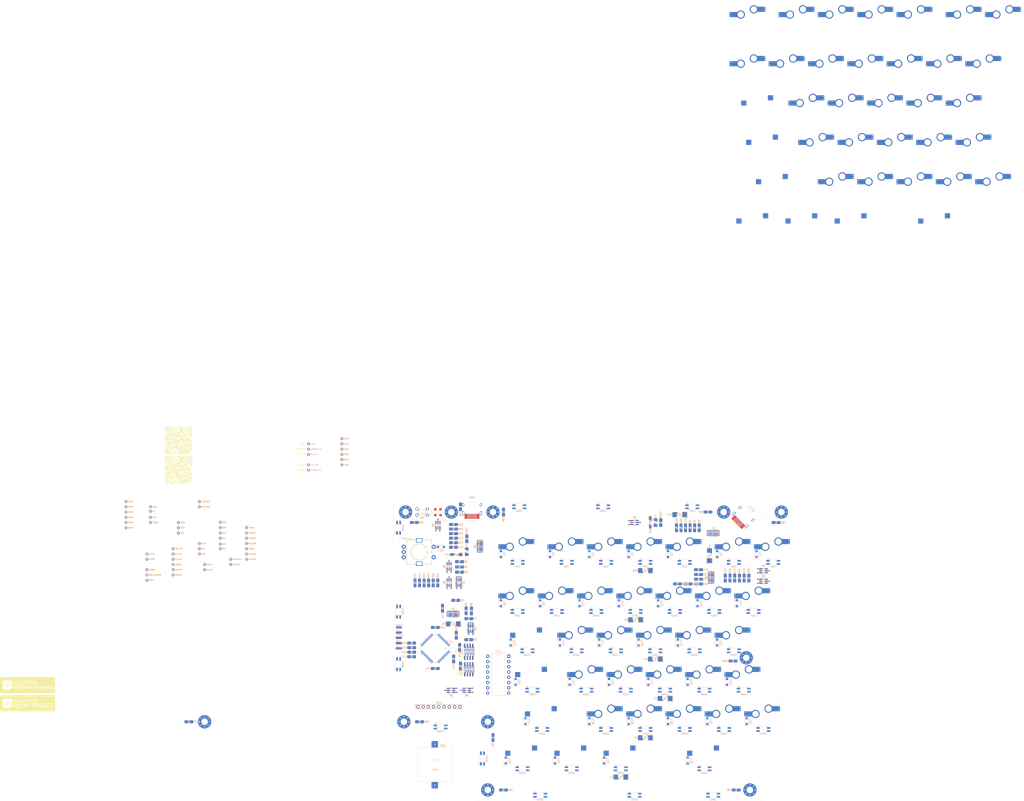
<source format=kicad_pcb>
(kicad_pcb (version 20221018) (generator pcbnew)
  (layers (0 "F.Cu" signal) (31 "B.Cu" signal) (34 "B.Paste" user) (35 "F.Paste" user) (36 "B.SilkS" user "B.Silkscreen") (37 "F.SilkS" user "F.Silkscreen") (38 "B.Mask" user) (39 "F.Mask" user) (44 "Edge.Cuts" user))
  (net 0 "")
  (net 1 "/Col_0")
  (net 2 "/Col_1")
  (net 3 "/Col_2")
  (net 4 "/Col_3")
  (net 5 "/Col_4")
  (net 6 "/Col_5")
  (net 7 "/Col_6")
  (net 8 "/Col_7")
  (net 9 "Net-(D1-Pad2)")
  (net 10 "Net-(D2-Pad2)")
  (net 11 "Net-(D3-Pad2)")
  (net 12 "Net-(D4-Pad2)")
  (net 13 "Net-(D5-Pad2)")
  (net 14 "Net-(D6-Pad2)")
  (net 15 "Net-(D7-Pad2)")
  (net 16 "PIEZO_A")
  (net 17 "Net-(D9-Pad2)")
  (net 18 "Net-(D10-Pad2)")
  (net 19 "Net-(D11-Pad2)")
  (net 20 "Net-(D12-Pad2)")
  (net 21 "Net-(D13-Pad2)")
  (net 22 "Net-(D14-Pad2)")
  (net 23 "Net-(D15-Pad2)")
  (net 24 "Net-(D16-Pad2)")
  (net 25 "Net-(D17-Pad2)")
  (net 26 "Net-(D18-Pad2)")
  (net 27 "Net-(D19-Pad2)")
  (net 28 "Net-(D20-Pad2)")
  (net 29 "Net-(D21-Pad2)")
  (net 30 "Net-(D22-Pad2)")
  (net 31 "Net-(D23-Pad2)")
  (net 32 "Net-(D24-Pad2)")
  (net 33 "Net-(D25-Pad2)")
  (net 34 "Net-(D26-Pad2)")
  (net 35 "Net-(D27-Pad2)")
  (net 36 "Net-(D28-Pad2)")
  (net 37 "Net-(D29-Pad2)")
  (net 38 "Net-(D30-Pad2)")
  (net 39 "Net-(D31-Pad2)")
  (net 40 "Net-(D32-Pad2)")
  (net 41 "Net-(D33-Pad2)")
  (net 42 "Net-(D34-Pad2)")
  (net 43 "Net-(D35-Pad2)")
  (net 44 "Net-(D36-Pad2)")
  (net 45 "Net-(D37-Pad2)")
  (net 46 "PIEZO_B")
  (net 47 "GND")
  (net 48 "SK6812_PWR")
  (net 49 "VDD")
  (net 50 "+3V3")
  (net 51 "VBUS")
  (net 52 "BOOT0")
  (net 53 "ENC_A")
  (net 54 "ENC_B")
  (net 55 "NRST")
  (net 56 "ROW1")
  (net 57 "Net-(D1-A)")
  (net 58 "Net-(D2-A)")
  (net 59 "Net-(D3-A)")
  (net 60 "Net-(D4-A)")
  (net 61 "Net-(D5-A)")
  (net 62 "Net-(D6-A)")
  (net 63 "Net-(D7-A)")
  (net 64 "ROW2")
  (net 65 "Net-(D8-A)")
  (net 66 "Net-(D9-A)")
  (net 67 "Net-(D10-A)")
  (net 68 "Net-(D11-A)")
  (net 69 "Net-(D12-A)")
  (net 70 "Net-(D13-A)")
  (net 71 "Net-(D14-A)")
  (net 72 "ROW3")
  (net 73 "Net-(D15-A)")
  (net 74 "Net-(D16-A)")
  (net 75 "Net-(D17-A)")
  (net 76 "Net-(D18-A)")
  (net 77 "Net-(D19-A)")
  (net 78 "Net-(D20-A)")
  (net 79 "ROW4")
  (net 80 "Net-(D21-A)")
  (net 81 "Net-(D22-A)")
  (net 82 "Net-(D23-A)")
  (net 83 "Net-(D24-A)")
  (net 84 "Net-(D25-A)")
  (net 85 "Net-(D26-A)")
  (net 86 "ROW5")
  (net 87 "Net-(D27-A)")
  (net 88 "Net-(D28-A)")
  (net 89 "Net-(D29-A)")
  (net 90 "Net-(D30-A)")
  (net 91 "Net-(D31-A)")
  (net 92 "Net-(D32-A)")
  (net 93 "ROW6")
  (net 94 "Net-(D33-A)")
  (net 95 "Net-(D34-A)")
  (net 96 "Net-(D35-A)")
  (net 97 "Net-(D36-A)")
  (net 98 "Net-(D37-K)")
  (net 99 "COL5")
  (net 100 "Net-(D38-K)")
  (net 101 "BOOT0_CHRG")
  (net 102 "/VBUS_FUSED")
  (net 103 "/VBUS_TRS_FUSED")
  (net 104 "/SHIELD1")
  (net 105 "/SHIELD2")
  (net 106 "/SHIELD3")
  (net 107 "/SHIELD4")
  (net 108 "/SHIELD5")
  (net 109 "/SHIELD6")
  (net 110 "/SHIELD7")
  (net 111 "SHIELD")
  (net 112 "/SHIELD11")
  (net 113 "ROT_A")
  (net 114 "ROT_B")
  (net 115 "/VBUS_FERRITE")
  (net 116 "/VBUS_TRS_FERRITE")
  (net 117 "V_USB")
  (net 118 "/VBUS_TRS")
  (net 119 "SWDIO")
  (net 120 "SWCLK")
  (net 124 "LCD_DC")
  (net 125 "MOSI")
  (net 126 "SCK")
  (net 127 "LCD_BL_PWM")
  (net 128 "MISO")
  (net 129 "LCD_RST")
  (net 130 "LCD_CS")
  (net 131 "LCD_PWR")
  (net 132 "Net-(LED1-DOUT)")
  (net 133 "Net-(LED1-DIN)")
  (net 134 "Net-(LED2-DOUT)")
  (net 135 "Net-(LED3-DOUT)")
  (net 136 "Net-(LED4-DOUT)")
  (net 137 "Net-(LED5-DOUT)")
  (net 138 "Net-(LED6-DOUT)")
  (net 140 "Net-(LED8-DIN)")
  (net 141 "Net-(LED10-DOUT)")
  (net 142 "Net-(LED10-DIN)")
  (net 143 "Net-(LED11-DIN)")
  (net 144 "Net-(LED12-DIN)")
  (net 145 "Net-(LED13-DIN)")
  (net 146 "Net-(LED14-DIN)")
  (net 147 "Net-(LED15-DOUT)")
  (net 148 "Net-(LED15-DIN)")
  (net 149 "Net-(LED16-DOUT)")
  (net 150 "Net-(LED17-DOUT)")
  (net 151 "Net-(LED18-DOUT)")
  (net 152 "Net-(LED19-DOUT)")
  (net 153 "Net-(LED22-DIN)")
  (net 154 "Net-(LED23-DIN)")
  (net 155 "Net-(LED24-DIN)")
  (net 156 "Net-(LED25-DIN)")
  (net 157 "Net-(LED26-DIN)")
  (net 158 "Net-(LED27-DIN)")
  (net 159 "Net-(LED29-DOUT)")
  (net 160 "SK6812_MTRX_IN")
  (net 161 "Net-(LED30-DOUT)")
  (net 162 "Net-(LED31-DOUT)")
  (net 163 "Net-(LED32-DOUT)")
  (net 164 "Net-(LED33-DOUT)")
  (net 165 "SK6812_PWM")
  (net 166 "Net-(LED34-DOUT)")
  (net 167 "Net-(LED35-DOUT)")
  (net 168 "Net-(LED36-DOUT)")
  (net 169 "Net-(LED37-DOUT)")
  (net 170 "Net-(LED38-DOUT)")
  (net 171 "Net-(LED39-DOUT)")
  (net 172 "Net-(LED40-DOUT)")
  (net 173 "Net-(LED41-DOUT)")
  (net 174 "Net-(LED42-DOUT)")
  (net 175 "Net-(LED44-DIN)")
  (net 176 "Net-(LED45-DIN)")
  (net 177 "Net-(LED46-DIN)")
  (net 178 "Net-(LED47-DIN)")
  (net 179 "Net-(LED48-DIN)")
  (net 180 "/VBUS_BLOCKED")
  (net 181 "Net-(Q2-G)")
  (net 182 "CURR_1500mA_OK")
  (net 183 "Net-(Q4-D)")
  (net 184 "CURR_3000mA_OK")
  (net 185 "Net-(Q5-D)")
  (net 186 "Net-(Q6-C)")
  (net 187 "Net-(Q7-G)")
  (net 188 "LCD_EN")
  (net 189 "BOARD_NFAULT")
  (net 190 "PLUG_DETECT")
  (net 191 "SPLIT_COMMS-")
  (net 192 "Net-(U4-ILIM)")
  (net 193 "Net-(R5-Pad2)")
  (net 194 "Net-(R6-Pad2)")
  (net 195 "/SPLIT_COMMS_CONN-")
  (net 196 "SPLIT_COMMS+")
  (net 197 "/SPLIT_COMMS_CONN+")
  (net 198 "SK6812_NFAULT")
  (net 199 "SK6812_EN")
  (net 200 "CURR_LIM")
  (net 201 "Net-(R16-Pad2)")
  (net 202 "Net-(R20-Pad1)")
  (net 203 "Net-(R31-Pad1)")
  (net 206 "COL1")
  (net 207 "COL2")
  (net 208 "COL3")
  (net 209 "COL4")
  (net 210 "COL6")
  (net 211 "COL7")
  (net 212 "CC1")
  (net 213 "CC2")
  (net 214 "EEP_CS")
  (net 215 "FLASH_CS")
  (net 216 "MTX_CLK")
  (net 217 "MTX_OE")
  (net 218 "MTX_SERIAL")
  (net 219 "MTX_SRCLR")
  (net 220 "Net-(U1A-PC13)")
  (net 221 "Net-(U1A-PF0-OSC_IN)")
  (net 222 "Net-(U1A-PF1-OSC_OUT)")
  (net 223 "Net-(U1A-PA0)")
  (net 224 "Net-(U1A-PA1)")
  (net 225 "Net-(U1A-PA2)")
  (net 226 "Net-(U1A-PA3)")
  (net 227 "D-")
  (net 228 "D+")
  (net 229 "Net-(U1A-PB9)")
  (footprint "reversible-kicad-footprints:EC11_Switch" (layer "F.Cu") (at 17.62125 24.4475)
    (fp_text reference "ENC1")
    (fp_text value "Rotary_Encoder_Switch")
  )
  (footprint "Diode_SMD:D_SOD-123F" (layer "F.Cu") (at 27.94 5.167868 -90)
    (fp_text reference "D38")
    (fp_text value "1N4148")
  )
  (footprint "MX_Only:MXOnly-1U-Hotswap-Antishear" (layer "F.Cu") (at 165.25875 105.41)
    (fp_text reference "SW31")
    (fp_text value "SW_Push")
  )
  (footprint "reversible-kicad-footprints:TestPoint" (layer "F.Cu") (at -124.46 7.62)
    (fp_text reference "TP29" hide)
    (fp_text value "ROW4" hide)
  )
  (footprint "reversible-kicad-footprints:R-0805_2012Metric" (layer "F.Cu") (at 147.828 39.878)
    (fp_text reference "R20")
    (fp_text value "68k")
  )
  (footprint "reversible-kicad-footprints:TestPoint" (layer "F.Cu") (at -36.02 -15.24)
    (fp_text reference "TP59" hide)
    (fp_text value "MTX_SRCLR" hide)
  )
  (footprint "reversible-kicad-footprints:TestPoint" (layer "F.Cu") (at -124.46 0)
    (fp_text reference "TP23" hide)
    (fp_text value "ROW1" hide)
  )
  (footprint "reversible-kicad-footprints:SOT-23-6" (layer "F.Cu") (at 46.99 21.67 90)
    (fp_text reference "U6")
    (fp_text value "AZC199-04S")
  )
  (footprint "reversible-kicad-footprints:D_SOD-123" (layer "F.Cu") (at 35.56 25.66 180)
    (fp_text reference "D40")
    (fp_text value "SMF5.0CA")
  )
  (footprint "MX_Only:MXOnly-1U-Hotswap-Antishear" (layer "F.Cu") (at 267.6525 -171.45)
    (fp_text reference "K26")
    (fp_text value "F,,,,,,,,,C5")
  )
  (footprint "DjinnFootprints:MountingHole_3.2mm_M3_Pad_Via" (layer "F.Cu") (at 11.002944 5.08)
    (fp_text reference "DRILL1" hide)
    (fp_text value "Drill Mountpoint")
  )
  (footprint "MX_Only:MXOnly-1U-Hotswap-Antishear" (layer "F.Cu") (at 84.29625 48.26)
    (fp_text reference "SW9")
    (fp_text value "SW_Push")
  )
  (footprint "reversible-kicad-footprints:R-0805_2012Metric" (layer "F.Cu") (at 146.64 12.7 90)
    (fp_text reference "R12")
    (fp_text value "120")
  )
  (footprint "reversible-kicad-footprints:R-0805_2012Metric" (layer "F.Cu") (at 177.292 37.084 90)
    (fp_text reference "R24")
    (fp_text value "9.1k")
  )
  (footprint "reversible-kicad-footprints:TestPoint" (layer "F.Cu") (at -78.74 22.86)
    (fp_text reference "TP48" hide)
    (fp_text value "GND" hide)
  )
  (footprint "MX_Only:MXOnly-1.25U-Hotswap" (layer "F.Cu") (at 227.17125 -133.35)
    (fp_text reference "K36")
    (fp_text value "Alt,,,,1.25,,,,,E3")
  )
  (footprint "reversible-kicad-footprints:TestPoint" (layer "F.Cu") (at -86.36 33.02)
    (fp_text reference "TP49" hide)
    (fp_text value "ENC_B" hide)
  )
  (footprint "MX_Only:MXOnly-1.25U-Hotswap" (layer "F.Cu") (at 67.6275 124.46)
    (fp_text reference "SW33")
    (fp_text value "SW_Push")
  )
  (footprint "MX_Only:MXOnly-1U-Hotswap-Antishear" (layer "F.Cu") (at 170.02125 67.31)
    (fp_text reference "SW20")
    (fp_text value "SW_Push")
  )
  (footprint "reversible-kicad-footprints:SOIC-8_5.23x5.23mm_P1.27mm" (layer "F.Cu") (at 41.605407 72.81132 90)
    (fp_text reference "U10")
    (fp_text value "W25Q32JVSSIQ")
  )
  (footprint "DjinnFootprints:MountingHole_3.2mm_M3_Pad_Via" (layer "F.Cu") (at 10.16 106.68)
    (fp_text reference "DRILL2" hide)
    (fp_text value "Drill Mountpoint")
  )
  (footprint "DjinnFootprints:MountingHole_3.2mm_M3_Pad_Via" (layer "F.Cu") (at 50.8 106.68)
    (fp_text reference "DRILL3" hide)
    (fp_text value "Drill Mountpoint")
  )
  (footprint "reversible-kicad-footprints:C-0805_2012Metric" (layer "F.Cu") (at 25.4 60.96)
    (fp_text reference "C20")
    (fp_text value "100n")
  )
  (footprint "reversible-kicad-footprints:R-0805_2012Metric" (layer "F.Cu") (at 168.148 37.084 90)
    (fp_text reference "R18")
    (fp_text value "68k")
  )
  (footprint "MX_Only:MXOnly-1U-Hotswap-Antishear" (layer "F.Cu") (at 205.74 -190.5)
    (fp_text reference "K17")
    (fp_text value "Q,,,,,,,,,B2")
  )
  (footprint "DjinnFootprints:MountingHole_3.2mm_M3_Pad_Via" (layer "F.Cu") (at 53.34 5.08)
    (fp_text reference "DRILL8" hide)
    (fp_text value "Drill Mountpoint")
  )
  (footprint "MX_Only:MXOnly-1U-Hotswap-Antishear" (layer "F.Cu") (at 170.02125 24.4475)
    (fp_text reference "SW6")
    (fp_text value "SW_Push")
  )
  (footprint "MX_Only:MXOnly-1U-Hotswap-Antishear" (layer "F.Cu") (at 239.0775 -233.3625)
    (fp_text reference "K4")
    (fp_text value "F3,,,,,,,,,F4")
  )
  (footprint "reversible-kicad-footprints:TestPoint" (layer "F.Cu") (at -101.6 25.4)
    (fp_text reference "TP36" hide)
    (fp_text value "LCD_CS" hide)
  )
  (footprint "reversible-kicad-footprints:Fuse_1206_3216Metric" (layer "F.Cu") (at 132.08 10.16 90)
    (fp_text reference "F2")
    (fp_text value "1.5A 1206 Polyfuse")
  )
  (footprint "DjinnFootprints:MountingHole_3.2mm_M3_Pad_Via" (layer "F.Cu") (at 33.18 5.099)
    (fp_text reference "DRILL9" hide)
    (fp_text value "Drill Mountpoint")
  )
  (footprint "reversible-kicad-footprints:TestPoint" (layer "F.Cu") (at -78.74 10)
    (fp_text reference "TP50" hide)
    (fp_text value "GND" hide)
  )
  (footprint "reversible-kicad-footprints:TestPoint" (layer "F.Cu") (at -88.9 0)
    (fp_text reference "TP14" hide)
    (fp_text value "COMMS_A" hide)
  )
  (footprint "reversible-kicad-footprints:TestPoint" (layer "F.Cu") (at -36.02 -22.86)
    (fp_text reference "TP57" hide)
    (fp_text value "MTX_OE" hide)
  )
  (footprint "MX_Only:MXOnly-1U-Hotswap-Antishear" (layer "F.Cu") (at 177.165 -209.55)
    (fp_text reference "K9")
    (fp_text value "~,`,,,,,,,,A1")
  )
  (footprint "reversible-kicad-footprints:TestPoint" (layer "F.Cu") (at -101.6 33.02)
    (fp_text reference "TP33" hide)
    (fp_text value "LCD_PW" hide)
  )
  (footprint "MX_Only:MXOnly-1U-Hotswap-Antishear" (layer "F.Cu") (at 146.20875 105.41)
    (fp_text reference "SW30")
    (fp_text value "SW_Push")
  )
  (footprint "DjinnFootprints:QMK_PoweredBy" (layer "F.Cu") (at -172.136583 97.709631)
    (fp_text reference "LOGO2" hide)
    (fp_text value "QMK Logo" hide)
  )
  (footprint "MX_Only:MXOnly-1U-Hotswap-Antishear" (layer "F.Cu") (at 122.39625 48.26)
    (fp_text reference "SW11")
    (fp_text value "SW_Push")
  )
  (footprint "DjinnFootprints:MountingHole_3.2mm_M3_Pad_Via" (layer "F.Cu") (at 177.8 139.7)
    (fp_text reference "DRILL5" hide)
    (fp_text value "Drill Mountpoint")
  )
  (footprint "MX_Only:MXOnly-2.25U-Hotswap" (layer "F.Cu") (at 189.07125 -152.4)
    (fp_text reference "K28")
    (fp_text value "Shift,,,,2.25,,,,,D1")
  )
  (footprint "reversible-kicad-footprints:TestPoint" (layer "F.Cu") (at -66.04 17.78)
    (fp_text reference "TP30" hide)
    (fp_text value "RGB_LM" hide)
  )
  (footprint "reversible-kicad-footprints:C-0805_2012Metric" (layer "F.Cu") (at 13.97 72.98 180)
    (fp_text reference "C16")
    (fp_text value "100n")
  )
  (footprint "reversible-kicad-footprints:SOT-23-3" (layer "F.Cu") (at 184.404 33.528)
    (fp_text reference "Q4")
    (fp_text value "2N7002")
  )
  (footprint "reversible-kicad-footprints:TestPoint" (layer "F.Cu") (at -112.591 4.7)
    (fp_text reference "TP3" hide)
    (fp_text value "5V" hide)
  )
  (footprint "reversible-kicad-footprints:TestPoint" (layer "F.Cu") (at -66.04 25.4)
    (fp_text reference "TP26" hide)
    (fp_text value "RGB_1.5" hide)
  )
  (footprint "reversible-kicad-footprints:TestPoint" (layer "F.Cu") (at -19.86 -30.48)
    (fp_text reference "TP12" hide)
    (fp_text value "COL2" hide)
  )
  (footprint "MX_Only:MXOnly-1U-Hotswap-Antishear" (layer "F.Cu") (at 253.365 -209.55)
    (fp_text reference "K13")
    (fp_text value "$,4,,,,,,,,A5")
  )
  (footprint "MX_Only:MXOnly-1.5U-Hotswap" (layer "F.Cu") (at 70.00875 67.31)
    (fp_text reference "SW15")
    (fp_text value "SW_Push")
  )
  (footprint "reversible-kicad-footprints:TestPoint" (layer "F.Cu") (at -73.66 27.94)
    (fp_text reference "TP46" hide)
    (fp_text value "FLASH_CS" hide)
  )
  (footprint "reversible-kicad-footprints:C-0805_2012Metric" (layer "F.Cu") (at 28.908407 51.67032 -90)
    (fp_text reference "C10")
    (fp_text value "4.7u")
  )
  (footprint "reversible-kicad-footprints:TestPoint" (layer "F.Cu") (at -66.04 12.65)
    (fp_text reference "TP24" hide)
    (fp_text value "RGB_F" hide)
  )
  (footprint "MX_Only:MXOnly-1U-Hotswap-Antishear" (layer "F.Cu") (at 281.94 -233.3625)
    (fp_text reference "K6")
    (fp_text value "F5,,,,,,,,,F6")
  )
  (footprint "reversible-kicad-footprints:R-0805_2012Metric" (layer "F.Cu") (at 22.18 39.389 90)
    (fp_text reference "R30")
    (fp_text value "9.1k")
  )
  (footprint "reversible-kicad-footprints:TestPoint" (layer "F.Cu") (at -78.74 17.78)
    (fp_text reference "TP53" hide)
    (fp_text value "GND" hide)
  )
  (footprint "MX_Only:MXOnly-1U-Hotswap-Antishear" (layer "F.Cu") (at 243.84 -190.5)
    (fp_text reference "K19")
    (fp_text value "E,,,,,,,,,B4")
  )
  (footprint "reversible-kicad-footprints:TestPoint" (layer "F.Cu") (at -101.6 30.48)
    (fp_text reference "TP42" hide)
    (fp_text value "LCD_BL" hide)
  )
  (footprint "reversible-kicad-footprints:TestPoint" (layer "F.Cu") (at -114.3 25.4)
    (fp_text reference "TP35" hide)
    (fp_text value "SPK_A" hide)
  )
  (footprint "reversible-kicad-footprints:TestPoint" (layer "F.Cu") (at -36.02 -27.94)
    (fp_text reference "TP10" hide)
    (fp_text value "COL1" hide)
  )
  (footprint "reversible-kicad-footprints:TestPoint" (layer "F.Cu") (at -114.3 35.56)
    (fp_text reference "TP11" hide)
    (fp_text value "BOOT0_CHRG" hide)
  )
  (footprint "MX_Only:MXOnly-2.25U-Hotswap" (layer "F.Cu") (at 77.1525 105.41)
    (fp_text reference "SW27")
    (fp_text value "SW_Push")
  )
  (footprint "reversible-kicad-footprints:TestPoint" (layer "F.Cu") (at -19.86 -17.78)
    (fp_text reference "TP21" hide)
    (fp_text value "COL7" hide)
  )
  (footprint "MX_Only:MXOnly-1U-Hotswap-Antishear" (layer "F.Cu") (at 65.24625 48.26)
    (fp_text reference "SW8")
    (fp_text value "SW_Push")
  )
  (footprint "reversible-kicad-footprints:SOT-23-6" (layer "F.Cu") (at 33.988407 54.41132)
    (fp_text reference "U4")
    (fp_text value "TPS2553DBVR-1")
  )
  (footprint "reversible-kicad-footprints:R-0805_2012Metric" (layer "F.Cu") (at 152.908 35.306)
    (fp_text reference "R15")
    (fp_text value "9.1k")
  )
  (footprint "MX_Only:MXOnly-1U-Hotswap-Antishear" (layer "F.Cu") (at 108.10875 105.41)
    (fp_text reference "SW28")
    (fp_text value "SW_Push")
  )
  (footprint "MX_Only:MXOnly-1U-Hotswap-Antishear" (layer "F.Cu") (at 179.54625 48.26)
    (fp_text reference "SW14")
    (fp_text value "SW_Push")
  )
  (footprint "reversible-kicad-footprints:TestPoint" (layer "F.Cu") (at -101.6 22.86)
    (fp_text reference "TP40" hide)
    (fp_text value "LCD_RST" hide)
  )
  (footprint "reversible-kicad-footprints:SOT-23-3" (layer "F.Cu") (at 40.64 91.44 180)
    (fp_text reference "Q8")
    (fp_text value "MMUN2233LT1G")
  )
  (footprint "reversible-kicad-footprints:R-0805_2012Metric" (layer "F.Cu") (at 152.908 33.02)
    (fp_text reference "R14")
    (fp_text value "9.1k")
  )
  (footprint "reversible-kicad-footprints:L-0805_2012Metric" (layer "F.Cu") (at 58.42 5.08 -90)
    (fp_text reference "FB8")
    (fp_text value "4A/0805")
  )
  (footprint "MX_Only:MXOnly-1U-Hotswap-Antishear" (layer "F.Cu") (at 196.215 -209.55)
    (fp_text reference "K10")
    (fp_text value "!,1,,,,,,,,A2")
  )
  (footprint "reversible-kicad-footprints:C-0805_2012Metric" (layer "F.Cu") (at 25.4 80.86132 180)
    (fp_text reference "C14")
    (fp_text value "100n")
  )
  (footprint "DjinnFootprints:MountingHole_3.2mm_M3_Pad_Via" (layer "F.Cu") (at 50.8 139.7)
    (fp_text reference "DRILL4" hide)
    (fp_text value "Drill Mountpoint")
  )
  (footprint "reversible-kicad-footprints:CP_6032" (layer "F.Cu") (at 143.764 6.35 180)
    (fp_text reference "C11")
    (fp_text value "100u")
  )
  (footprint "DjinnFootprints:Djinn_QRCode_0.4mm" (layer "F.Cu") (at -98.966 -15.425)
    (fp_text reference "LOGO8" hide)
    (fp_text value "QMK QRCode" hide)
  )
  (footprint "reversible-kicad-footprints:SOT-23-5" (layer "F.Cu") (at 36.83 39.29 -90)
    (fp_text reference "U5")
    (fp_text value "LMV321")
  )
  (footprint "reversible-kicad-footprints:R-0805_2012Metric" (layer "F.Cu") (at 148.84 12.7 90)
    (fp_text reference "R7")
    (fp_text value "120")
  )
  (footprint "reversible-kicad-footprints:R-0805_2012Metric" (layer "F.Cu") (at 144.44 12.7 90)
    (fp_text reference "R10")
    (fp_text value "9.1k")
  )
  (footprint "MX_Only:MXOnly-1U-Hotswap-Antishear" (layer "F.Cu") (at 281.94 -190.5)
    (fp_text reference "K21")
    (fp_text value "T,,,,,,,,,B6")
  )
  (footprint "reversible-kicad-footprints:C-0805_2012Metric" (layer "F.Cu") (at 37.583381 79.68032 -90)
    (fp_text reference "C21")
    (fp_text value "100n")
  )
  (footprint "reversible-kicad-footprints:R-0805_2012Metric" (layer "F.Cu") (at 142.24 12.7 90)
    (fp_text reference "R11")
    (fp_text value "9.1k")
  )
  (footprint "reversible-kicad-footprints:R-0805_2012Metric" (layer "F.Cu") (at 142.748 39.878)
    (fp_text reference "R22")
    (fp_text value "68k")
  )
  (footprint "reversible-kicad-footprints:TestPoint" (layer "F.Cu") (at -36.02 -17.78)
    (fp_text reference "TP56" hide)
    (fp_text value "MTX_CLK" hide)
  )
  (footprint "MX_Only:MXOnly-3U-Hotswap-ReversedStabilizers" (layer "F.Cu") (at 267.6525 -133.35)
    (fp_text reference "K37")
    (fp_text value "Space,,,,3.00,,,,,E4")
  )
  (footprint "reversible-kicad-footprints:SOT-23-3" (layer "F.Cu") (at 26.67 11.43 90)
    (fp_text reference "Q6")
    (fp_text value "MMUN2133LT1G")
  )
  (footprint "Type-C.pretty-master:HRO-TYPE-C-31-M-12-HandSoldering" (layer "F.Cu") (at 177.964865 4.153135 135)
    (fp_text reference "SPLIT1")
    (fp_text value "USB-C-2.0")
  )
  (footprint "MX_Only:MXOnly-1U-Hotswap-Antishear" (layer "F.Cu") (at 272.415 -209.55)
    (fp_text reference "K14")
    (fp_text value "%,5,,,,,,,,A6")
  )
  (footprint "reversible-kicad-footprints:R-0805_2012Metric" (layer "F.Cu") (at 17.78 39.389 90)
    (fp_text reference "R26")
    (fp_text value "9.1k")
  )
  (footprint "reversible-kicad-footprints:R-0805_2012Metric" (layer "F.Cu") (at 170.434 37.084 90)
    (fp_text reference "R19")
    (fp_text value "68k")
  )
  (footprint "DjinnFootprints:Djinn_QRCode_0.4mm" (layer "F.Cu") (at -98.966 -29.625)
    (fp_text reference "LOGO7" hide)
    (fp_text value "QMK QRCode" hide)
  )
  (footprint "reversible-kicad-footprints:TestPoint" (layer "F.Cu") (at -112.591 7.62)
    (fp_text reference "TP5" hide)
    (fp_text value "3.3V" hide)
  )
  (footprint "reversible-kicad-footprints:TestPoint" (layer "F.Cu") (at -88.9 2.54)
    (fp_text reference "TP16" hide)
    (fp_text value "COMMS_B" hide)
  )
  (footprint "reversible-kicad-footprints:C-0805_2012Metric" (layer "F.Cu") (at 13.97 70.78 180)
    (fp_text reference "C15")
    (fp_text value "100n")
  )
  (footprint "reversible-kicad-footprints:L-0805_2012Metric" (layer "F.Cu") (at -93.98 106.68)
    (fp_text reference "FB11")
    (fp_text value "4A/0805")
  )
  (footprint "reversible-kicad-footprints:L-0805_2012Metric" (layer "F.Cu") (at 134.62 10.16 90)
    (fp_text reference "FB13")
    (fp_text value "4A/0805")
  )
  (footprint "reversible-kicad-footprints:TestPoint" (layer "F.Cu") (at -78.74 20.6)
    (fp_text reference "TP54" hide)
    (fp_text value "GND" hide)
  )
  (footprint "reversible-kicad-footprints:C-0805_2012Metric" (layer "F.Cu") (at 13.97 75.18 180)
    (fp_text reference "C17")
    (fp_text value "100n")
  )
  (footprint "MX_Only:MXOnly-1U-Hotswap-Antishear" (layer "F.Cu") (at 220.0275 -152.4)
    (fp_text reference "K29")
    (fp_text value "Z,,,,,,,,,D2")
  )
  (footprint "reversible-kicad-footprints:R-0805_2012Metric" (layer "F.Cu") (at 153.24 12.7 90)
    (fp_text reference "R3")
    (fp_text value "9.1k")
  )
  (footprint "MX_Only:MXOnly-1.25U-Hotswap" (layer "F.Cu") (at 115.2525 124.46)
    (fp_text reference "SW35")
    (fp_text value "SW_Push")
  )
  (footprint "reversible-kicad-footprints:TestPoint" (layer "F.Cu") (at -88.9 22.86)
    (fp_text reference "TP39" hide)
    (fp_text value "CC1" hide)
  )
  (footprint "MX_Only:MXOnly-1U-Hotswap-Antishear" (layer "F.Cu") (at 210.5025 -171.45)
    (fp_text reference "K23")
    (fp_text value "A,,,,,,,,,C2")
  )
  (footprint "reversible-kicad-footprints:TestPoint" (layer "F.Cu") (at -101.6 35.56)
    (fp_text reference "TP38" hide)
    (fp_text value "LCD_DC" hide)
  )
  (footprint "MX_Only:MXOnly-1.75U-Hotswap" (layer "F.Cu") (at 72.39 86.36)
    (fp_text reference "SW21")
    (fp_text value "SW_Push")
  )
  (footprint "MX_Only:MXOnly-1U-Hotswap-Antishear" (layer "F.Cu") (at 89.05875 24.4475)
    (fp_text reference "SW2")
    (fp_text value "SW_Push")
  )
  (footprint "MX_Only:MXOnly-1U-Hotswap-Antishear" (layer "F.Cu") (at 215.265 -209.55)
    (fp_text reference "K11")
    (fp_text value "@,2,,,,,,,,A3")
  )
  (footprint "MX_Only:MXOnly-1U-Hotswap-Antishear" (layer "F.Cu") (at 258.1275 -233.3625)
    (fp_text reference "K5")
    (fp_text value "F4,,,,,,,,,F5")
  )
  (footprint "reversible-kicad-footprints:SOT-23-3" (layer "F.Cu") (at 121.92 10.16)
    (fp_text reference "Q3")
    (fp_text value "AO3401A")
  )
  (footprint "reversible-kicad-footprints:CP_6032" (layer "F.Cu") (at 34.065907 59.27132 180)
    (fp_text reference "C9")
    (fp_text value "100u")
  )
  (footprint "reversible-kicad-footprints:TestPoint" (layer "F.Cu") (at -88.9 25.4)
    (fp_text reference "TP41" hide)
    (fp_text value "CC2" hide)
  )
  (footprint "reversible-kicad-footprints:L-0805_2012Metric" (layer "F.Cu") (at 53.34 114.3 -90)
    (fp_text reference "FB3")
    (fp_text value "4A/0805")
  )
  (footprint "reversible-kicad-footprints:TestPoint" (layer "F.Cu") (at -101.6 27.94)
    (fp_text reference "TP34" hide)
    (fp_text value "LCD_EN" hide)
  )
  (footprint "MX_Only:MXOnly-1U-Hotswap-Antishear" (layer "F.Cu") (at 131.92125 67.31)
    (fp_text reference "SW18")
    (fp_text value "SW_Push")
  )
  (footprint "MX_Only:MXOnly-1U-Hotswap-Antishear" (layer "F.Cu") (at 174.78375 86.36)
    (fp_text reference "SW26")
    (fp_text value "SW_Push")
  )
  (footprint "reversible-kicad-footprints:R-0805_2012Metric" (layer "F.Cu") (at 19.98 39.389 90)
    (fp_text reference "R29")
    (fp_text value "9.1k")
  )
  (footprint "reversible-kicad-footprints:TestPoint" (layer "F.Cu") (at -112.591 2.54)
    (fp_text reference "TP1" hide)
    (fp_text value "VBUS" hide)
  )
  (footprint "reversible-kicad-footprints:Fuse_1206_3216Metric" (layer "F.Cu") (at 40.64 24.26 90)
    (fp_text reference "F1")
    (fp_text value "3.0A 1206 Polyfuse")
  )
  (footprint "MX_Only:MXOnly-1U-Hotswap-Antishear" (layer "F.Cu") (at 146.20875 24.4475)
    (fp_text reference "SW5")
    (fp_text value "SW_Push")
  )
  (footprint "reversible-kicad-footprints:TestPoint" (layer "F.Cu") (at -88.9 20.32)
    (fp_text reference "TP45" hide)
    (fp_text value "PLUG" hide)
  )
  (footprint "MX_Only:MXOnly-1U-Hotswap-Antishear" (layer "F.Cu") (at 155.73375 86.36)
    (fp_text reference "SW25")
    (fp_text value "SW_Push")
  )
  (footprint "reversible-kicad-footprints:R-0805_2012Metric" (layer "F.Cu") (at 172.72 37.084 90)
    (fp_text reference "R21")
    (fp_text value "9.1k")
  )
  (footprint "reversible-kicad-footprints:R-0805_2012Metric" (layer "F.Cu") (at 34.22 15.538998)
    (fp_text reference "R32")
    (fp_text value "68k")
  )
  (footprint "reversible-kicad-footprints:C-0805_2012Metric" (layer "F.Cu") (at 152.908 37.592)
    (fp_text reference "C13")
    (fp_text value "100n")
  )
  (footprint "reversible-kicad-footprints:D_SOD-123" (layer "F.Cu") (at 129.54 10.16 -90)
    (fp_text reference "D41")
    (fp_text value "SMF5.0CA")
  )
  (footprint "MX_Only:MXOnly-1U-Hotswap-Antishear" (layer "F.Cu") (at 103.34625 48.26)
    (fp_text reference "SW10")
    (fp_text value "SW_Push")
  )
  (footprint "reversible-kicad-footprints:TestPoint" (layer "F.Cu") (at -73.66 30.48)
    (fp_text reference "TP44" hide)
    (fp_text value "EEP_CS" hide)
  )
  (footprint "reversible-kicad-footprints:L-0805_2012Metric" (layer "F.Cu") (at 15.24 10.16)
    (fp_text reference "FB1")
    (fp_text value "4A/0805")
  )
  (footprint "MX_Only:MXOnly-1U-Hotswap-Antishear" (layer "F.Cu") (at 224.79 -190.5)
    (fp_text reference "K18")
    (fp_text value "W,,,,,,,,,B3")
  )
  (footprint "reversible-kicad-footprints:TestPoint" (layer "F.Cu") (at -86.36 30.48)
    (fp_text reference "TP47" hide)
    (fp_text value "ENC_A" hide)
  )
  (footprint "reversible-kicad-footprints:C-0805_2012Metric" (layer "F.Cu") (at 34.22 19.939)
    (fp_text reference "C23")
    (fp_text value "100n")
  )
  (footprint "DjinnFootprints:MountingHole_3.2mm_M3_Pad_Via" (layer "F.Cu") (at 165.1 5.08)
    (fp_text reference "DRILL7" hide)
    (fp_text value "Drill Mountpoint")
  )
  (footprint "reversible-kicad-footprints:C-0805_2012Metric" (layer "F.Cu") (at 26.58 39.389 90)
    (fp_text reference "C25")
    (fp_text value "100n")
  )
  (footprint "reversible-kicad-footprints:C-0805_2012Metric" (layer "F.Cu") (at 37.204116 70.653907 -90)
    (fp_text reference "C26")
    (fp_text value "100n")
  )
  (footprint "reversible-kicad-footprints:R-0805_2012Metric" (layer "F.Cu") (at 151.04 12.7 90)
    (fp_text reference "R4")
    (fp_text value "9.1k")
  )
  (footprint "MX_Only:MXOnly-1U-Hotswap-Antishear" (layer "F.Cu") (at 220.0275 -233.3625)
    (fp_text reference "K3")
    (fp_text value "F2,,,,,,,,,F3")
  )
  (footprint "MX_Only:MXOnly-1U-Hotswap-Antishear" (layer "F.Cu") (at 262.89 -190.5)
    (fp_text reference "K20")
    (fp_text value "R,,,,,,,,,B5")
  )
  (footprint "reversible-kicad-footprints:L-0805_2012Metric" (layer "F.Cu") (at 40.64 18.021 90)
    (fp_text reference "FB12")
    (fp_text value "4A/0805")
  )
  (footprint "reversible-kicad-footprints:R-0805_2012Metric" (layer "F.Cu") (at 37.149999 31.669999)
    (fp_text reference "R6")
    (fp_text value "68k")
  )
  (footprint "MX_Only:MXOnly-1U-Hotswap-Antishear" (layer "F.Cu") (at 200.9775 -233.3625)
    (fp_text reference "K2")
    (fp_text value "F1,,,,,,,,,F2")
  )
  (footprint "MX_Only:MXOnly-1U-Hotswap-Antishear" (layer "F.Cu") (at 127.15875 105.41)
    (fp_text reference "SW29")
    (fp_text value "SW_Push")
  )
  (footprint "MX_Only:MXOnly-1.25U-Hotswap" (layer "F.Cu") (at 91.44 124.46)
    (fp_text reference "SW34")
    (fp_text value "SW_Push")
  )
  (footprint "MX_Only:MXOnly-1U-Hotswap-Antishear" (layer "F.Cu") (at 291.465 -209.55)
    (fp_text reference "K15")
    (fp_text value "^,6,,,,,,,,A7")
  )
  (footprint "reversible-kicad-footprints:R-0805_2012Metric" (layer "F.Cu") (at 35.277407 47.84132)
    (fp_text reference "R1")
    (fp_text value "9.1k")
  )
  (footprint "reversible-kicad-footprints:TestPoint" (layer "F.Cu") (at -124.46 12.7)
    (fp_text reference "TP32" hide)
    (fp_text value "ROW6" hide)
  )
  (footprint "reversible-kicad-footprints:TestPoint" (layer "F.Cu") (at -114.3 33.02)
    (fp_text reference "TP9" hide)
    (fp_text value "BOOT0" hide)
  )
  (footprint "reversible-kicad-footprints:PushButton_4.5mm" (layer "F.Cu") (at 19.05 5.08 90)
    (fp_text reference "RESET1")
    (fp_text value "DFU")
  )
  (footprint "reversible-kicad-footprints:C-0805_2012Metric" (layer "F.Cu") (at 34.22 22.139)
    (fp_text reference "C27")
    (fp_text value "100n")
  )
  (footprint "reversible-kicad-footprints:L-0805_2012Metric" (layer "F.Cu") (at 190.5 10.16)
    (fp_text reference "FB6")
    (fp_text value "4A/0805")
  )
  (footprint "reversible-kicad-footprints:R-0805_2012Metric" (layer "F.Cu") (at 34.22 13.339)
    (fp_text reference "R28")
    (fp_text value "120")
  )
  (footprint "reversible-kicad-footprints:L-0805_2012Metric" (layer "F.Cu") (at 169.672 77.216 180)
    (fp_text reference "FB10")
    (fp_text value "4A/0805")
  )
  (footprint "reversible-kicad-footprints:TestPoint" (layer "F.Cu") (at -19.86 -22.86)
    (fp_text reference "TP17" hide)
    (fp_text value "COL5" hide)
  )
  (footprint "MX_Only:MXOnly-1.75U-Hotswap" (layer "F.Cu") (at 184.30875 -171.45)
    (fp_text reference "K22")
    (fp_text value "Caps Lock,,,,1.75,,,,,C1")
  )
  (footprint "DjinnFootprints:MountingHole_3.2mm_M3_Pad_Via" (layer "F.Cu") (at 193.04 5.08)
    (fp_text reference "DRILL6" hide)
    (fp_text value "Drill Mountpoint")
  )
  (footprint "reversible-kicad-footprints:SOT-23-6" (layer "F.Cu") (at 160.02 15.24)
    (fp_text reference "U7")
    (fp_text value "AZC199-04S")
  )
  (footprint "reversible-kicad-footprints:L-0805_2012Metric" (layer "F.Cu") (at 17.78 106.68)
    (fp_text reference "FB2")
    (fp_text value "4A/0805")
  )
  (footprint "reversible-kicad-footprints:L-0805_2012Metric" (layer "F.Cu") (at 171.196 139.7 180)
    (fp_text reference "FB5")
    (fp_text value "4A/0805")
  )
  (footprint "MX_Only:MXOnly-1U-Hotswap-Antishear" (layer "F.Cu") (at 65.24625 24.4475)
    (fp_text reference "SW1")
    (fp_text value "SW_Push")
  )
  (footprint "reversible-kicad-footprints:R-0805_2012Metric" (layer "F.Cu") (at 24.38 39.389 90)
    (fp_text reference "R27")
    (fp_text value "9.1k")
  )
  (footprint "reversible-kicad-footprints:C-0805_2012Metric" (layer "F.Cu") (at 35.56 64.77 90)
    (fp_text reference "C18")
    (fp_text value "100n")
  )
  (footprint "reversible-kicad-footprints:C-0805_2012Metric" (layer "F.Cu") (at 41.627407 56.73132)
    (fp_text reference "C7")
    (fp_text value "4.7u")
  )
  (footprint "reversible-kicad-footprints:TestPoint" (layer "F.Cu") (at -124.46 5.08)
    (fp_text reference "TP27" hide)
    (fp_text value "ROW3" hide)
  )
  (footprint "MX_Only:MXOnly-1U-Hotswap-Antishear" (layer "F.Cu") (at 108.10875 24.4475)
    (fp_text reference "SW3")
    (fp_text value "SW_Push")
  )
  (footprint "MX_Only:MXOnly-1U-Hotswap-Antishear" (layer "F.Cu") (at 93.82125 67.31)
    (fp_text reference "SW16")
    (fp_text value "SW_Push")
  )
  (footprint "reversible-kicad-footprints:Piezo-KLJ-1625" (layer "F.Cu") (at 25.146 127.508)
    (fp_text reference "BZ1")
    (fp_text value "KLJ-1625")
    (fp_line (start -8.2 -7.2) (end -8.2 7.2) (stroke (width 0.1)) (layer "Edge.Cuts"))
    (fp_line (start -7.2 8.2) (end 7.2 8.2) (stroke (width 0.1)) (layer "Edge.Cuts"))
    (fp_line (start 7.2 -8.2) (end -7.2 -8.2) (stroke (width 0.1)) (layer "Edge.Cuts"))
    (fp_line (start 8.2 7.2) (end 8.2 -7.2) (stroke (width 0.1)) (layer "Edge.Cuts"))
    (fp_arc (start -8.2 -7.2) (mid -8.2 -8.2) (end -7.2 -8.2) (stroke (width 0.1)) (layer "Edge.Cuts"))
    (fp_arc (start -7.2 8.2) (mid -8.2 8.2) (end -8.2 7.2) (stroke (width 0.1)) (layer "Edge.Cuts"))
    (fp_arc (start 7.2 -8.2) (mid 8.2 -8.2) (end 8.2 -7.2) (stroke (width 0.1)) (layer "Edge.Cuts"))
    (fp_arc (start 8.2 7.2) (mid 8.2 8.2) (end 7.2 8.2) (stroke (width 0.1)) (layer "Edge.Cuts"))
  )
  (footprint "MX_Only:MXOnly-3U-Hotswap-ReversedStabilizers" (layer "F.Cu") (at 155.73375 124.46)
    (fp_text reference "SW36")
    (fp_text value "SW_Push")
  )
  (footprint "MX_Only:MXOnly-1U-Hotswap-Antishear" (layer "F.Cu") (at 258.1275 -152.4)
    (fp_text reference "K31")
    (fp_text value "C,,,,,,,,,D4")
  )
  (footprint "reversible-kicad-footprints:C-0805_2012Metric" (layer "F.Cu") (at 41.589407 66.89132)
    (fp_text reference "C8")
    (fp_text value "4.7u")
  )
  (footprint "reversible-kicad-footprints:R-0805_2012Metric" (layer "F.Cu") (at 34.22 11.138999)
    (fp_text reference "R31")
    (fp_text value "68k")
  )
  (footprint "reversible-kicad-footprints:SOT-23-6" (layer "F.Cu") (at 159.004 36.83 90)
    (fp_text reference "U8")
    (fp_text value "TPS2553DBVR-1")
  )
  (footprint "MX_Only:MXOnly-1U-Hotswap-Antishear" (layer "F.Cu") (at 141.44625 48.26)
    (fp_text reference "SW12")
    (fp_text value "SW_Push")
  )
  (footprint "MX_Only:MXOnly-1U-Hotswap-Antishear" (layer "F.Cu") (at 296.2275 -152.4)
    (fp_text reference "K33")
    (fp_text value "B,,,,,,,,,D6")
  )
  (footprint "MX_Only:MXOnly-1.5U-Hotswap" (layer "F.Cu") (at 181.9275 -190.5)
    (fp_text reference "K16")
    (fp_text value "Tab,,,,1.5,,,,,B1")
  )
  (footprint "DjinnFootprints:LCD-ILI9341-2.2in" (layer "F.Cu") (at 27.14625 67.31)
    (fp_text reference "LCD1")
    (fp_text value "LCD-ILI9341-2.2in")
  )
  (footprint "reversible-kicad-footprints:TestPoint" (layer "F.Cu") (at -99.06 15.24)
    (fp_text reference "TP2" hide)
    (fp_text value "SCK" hide)
  )
  (footprint "reversible-kicad-footprints:TestPoint" (layer "F.Cu") (at -99.06 10.16)
    (fp_text reference "TP6" hide)
    (fp_text value "MOSI" hide)
  )
  (footprint "reversible-kicad-footprints:TestPoint" (layer "F.Cu") (at -66.04 15.24)
    (fp_text reference "TP20" hide)
    (fp_text value "RGB_EN" hide)
  )
  (footprint "reversible-kicad-footprints:SOT-23-3" (layer "F.Cu") (at 184.404 38.608)
    (fp_text reference "Q5")
    (fp_text value "2N7002")
  )
  (footprint "reversible-kicad-footprints:TestPoint" (layer "F.Cu") (at -66.04 20.32)
    (fp_text reference "TP28" hide)
    (fp_text value "RGB_3.0" hide)
  )
  (footprint "reversible-kicad-footprints:R-0805_2012Metric" (layer "F.Cu") (at 40.338407 52.90232 90)
    (fp_text reference "R5")
    (fp_text value "9.1k")
  )
  (footprint "reversible-kicad-footprints:L-0805_2012Metric" (layer "F.Cu") (at 157.48 5.08 180)
    (fp_text reference "FB7")
    (fp_text value "4A/0805")
  )
  (footprint "reversible-kicad-footprints:SOT-23-3" (layer "F.Cu") (at 32.07 31.41 90)
    (fp_text reference "Q1")
    (fp_text value "AO3401A")
  )
  (footprint "reversible-kicad-footprints:R-0805_2012Metric" (layer "F.Cu") (at 37.130999 34.209998)
    (fp_text reference "R9")
    (fp_text value "68k")
  )
  (footprint "MX_Only:MXOnly-1U-Hotswap-Antishear" (layer "F.Cu") (at 112.87125 67.31)
    (fp_text reference "SW17")
    (fp_text value "SW_Push")
  )
  (footprint "reversible-kicad-footprints:C-0805_2012Metric" (layer "F.Cu") (at 15.58 39.389 90)
    (fp_text reference "C24")
    (fp_text value "100n")
  )
  (footprint "MX_Only:MXOnly-1U-Hotswap-Antishear" (layer "F.Cu") (at 117.63375 86.36)
    (fp_text reference "SW23")
    (fp_text value "SW_Push")
  )
  (footprint "reversible-kicad-footprints:TestPoint" (layer "F.Cu") (at -114.3 27.94)
    (fp_text reference "TP37" hide)
    (fp_text value "SPK_B" hide)
  )
  (footprint "reversible-kicad-footprints:TestPoint" (layer "F.Cu") (at -78.74 12.65)
    (fp_text reference "TP51" hide)
    (fp_text value "GND" hide)
  )
  (footprint "DjinnFootprints:MountingHole_3.2mm_M3_Pad_Via" (layer "F.Cu") (at 176.022 75.692)
    (fp_text reference "DRILL10" hide)
    (fp_text value "Drill Mountpoint")
  )
  (footprint "reversible-kicad-footprints:R-0805_2012Metric" (layer "F.Cu") (at 175.006 37.084 90)
    (fp_text reference "R13")
    (fp_text value "9.1k")
  )
  (footprint "MX_Only:MXOnly-1U-Hotswap-Antishear" (layer "F.Cu") (at 300.99 -233.3625)
    (fp_text reference "K7")
    (fp_text value "F6,,,,,,,,,F7")
  )
  (footprint "Type-C.pretty-master:HRO-TYPE-C-31-M-12-HandSoldering" (layer "F.Cu") (at 43.18 -1.029 180)
    (fp_text reference "USB1")
    (fp_text value "USB-C-2.0")
  )
  (footprint "reversible-kicad-footprints:SOIC-8_3.9x4.9mm_P1.27mm" (layer "F.Cu") (at 41.605407 81.26132 90)
    (fp_text reference "U9")
    (fp_text value "MB85RS64")
  )
  (footprint "reversible-kicad-footprints:TestPoint" (layer "F.Cu") (at -78.74 15.24)
    (fp_text reference "TP52" hide)
    (fp_text value "GND" hide)
  )
  (footprint "reversible-kicad-footprints:C-0805_2012Metric" (layer "F.Cu") (at 34.29 76.2 -90)
    (fp_text reference "C19")
    (fp_text value "100n")
  )
  (footprint "MX_Only:MXOnly-1U-Hotswap-Antishear" (layer "F.Cu") (at 127.15875 24.4475)
    (fp_text reference "SW4")
    (fp_text value "SW_Push")
  )
  (footprint "MX_Only:MXOnly-1U-Hotswap-Antishear" (layer "F.Cu") (at 150.97125 67.31)
    (fp_text reference "SW19")
    (fp_text value "SW_Push")
  )
  (footprint "MX_Only:MXOnly-1U-Hotswap-Antishear" (layer "F.Cu") (at 98.58375 86.36)
    (fp_text reference "SW22")
    (fp_text value "SW_Push")
  )
  (footprint "DjinnFootprints:QMK_PoweredBy" (layer "F.Cu") (at -172.136583 88.88525)
    (fp_text reference "LOGO1" hide)
    (fp_text value "QMK Logo" hide)
  )
  (footprint "MX_Only:MXOnly-1.25U-Hotswap" (layer "F.Cu") (at 179.54625 -133.35)
    (fp_text reference "K34")
    (fp_text value "Ctrl,,,,1.25,,,,,E1")
  )
  (footprint "reversible-kicad-footprints:R-0805_2012Metric" (layer "F.Cu") (at 37.131 29.13)
    (fp_text reference "R2")
    (fp_text value "68k")
  )
  (footprint "reversible-kicad-footprints:C-0805_2012Metric" (layer "F.Cu") (at 34.22 17.739)
    (fp_text reference "C22")
    (fp_text value "100n")
  )
  (footprint "MX_Only:MXOnly-1U-Hotswap-Antishear" (layer "F.Cu") (at 286.7025 -171.45)
    (fp_text reference "K27")
    (fp_text value "G,,,,,,,,,C6")
  )
  (footprint "reversible-kicad-footprints:R-0805_2012Metric" (layer "F.Cu") (at 152.908 39.878)
    (fp_text reference "R16")
    (fp_text value "68k")
  )
  (footprint "reversible-kicad-footprints:SOT-23-3" (layer "F.Cu") (at 33.02 91.44 180)
    (fp_text reference "Q7")
    (fp_text value "AO3401A")
  )
  (footprint "Diode_SMD:D_SOD-123F" (layer "F.Cu") (at 25.400001 5.167868 -90)
    (fp_text reference "D39")
    (fp_text value "1N4148")
  )
  (footprint "reversible-kicad-footprints:TestPoint" (layer "F.Cu") (at -19.86 -27.94)
    (fp_text reference "TP13" hide)
    (fp_text value "COL3" hide)
  )
  (footprint "reversible-kicad-footprints:TestPoint" (layer "F.Cu") (at -36.02 -25.4)
    (fp_text reference "TP58" hide)
    (fp_text value "MTX_SERIAL" hide)
  )
  (footprint "reversible-kicad-footprints:TestPoint" (layer "F.Cu") (at -19.86 -20.32)
    (fp_text reference "TP19" hide)
    (fp_text value "COL6" hide)
  )
  (footprint "MX_Only:MXOnly-1.25U-Hotswap" (layer "F.Cu") (at 203.35875 -133.35)
    (fp_text reference "K35")
    (fp_text value "Win,,,,1.25,,,,,E2")
  )
  (footprint "reversible-kicad-footprints:C-0805_2012Metric" (layer "F.Cu") (at 13.97 68.58 180)
    (fp_text reference "C12")
    (fp_text value "4.7u")
  )
  (footprint "reversible-kicad-footprints:TestPoint" (layer "F.Cu") (at -112.591 10.16)
    (fp_text reference "TP7" hide)
    (fp_text value "BRD_F" hide)
  )
  (footprint "MX_Only:MXOnly-1U-Hotswap-Antishear" (layer "F.Cu") (at 239.0775 -152.4)
    (fp_text reference "K30")
    (fp_text value "X,,,,,,,,,D3")
  )
  (footprint "reversible-kicad-footprints:R-0805_2012Metric" (layer "F.Cu") (at 42.878407 52.94032 90)
    (fp_text reference "R8")
    (fp_text value "9.1k")
  )
  (footprint "MX_Only:MXOnly-1U-Hotswap-Antishear" (layer "F.Cu") (at 160.49625 48.26)
    (fp_text reference "SW13")
    (fp_text value "SW_Push")
  )
  (footprint "reversible-kicad-footprints:TestPoint" (layer "F.Cu") (at -66.04 27.94)
    (fp_text reference "TP18" hide)
    (fp_text value "RGB_PW" hide)
  )
  (footprint "DjinnFootprints:STLink_SideSocket" (layer "F.Cu") (at 5.08 66.04)
    (fp_text reference "J1" hide)
    (fp_text value "ST-Link Clone (Optional)")
  )
  (footprint "MX_Only:MXOnly-1U-Hotswap-Antishear" (layer "F.Cu") (at 248.6025 -171.45)
    (fp_text reference "K25")
    (fp_text value "D,,,,,,,,,C4")
  )
  (footprint "MX_Only:MXOnly-1U-Hotswap-Antishear" (layer "F.Cu") (at 177.165 -233.3625)
    (fp_text reference "K1")
    (fp_text value "Esc,,,,,,,,,F1")
  )
  (footprint "DjinnFootprints:MountingHole_3.2mm_M3_Pad_Via" (layer "F.Cu") (at -86.36 106.68)
    (fp_text reference "DRILL11" hide)
    (fp_text value "Drill Mountpoint")
  )
  (footprint "MX_Only:MXOnly-1U-Hotswap-Antishear" (layer "F.Cu") (at 184.30875 105.41)
    (fp_text reference "SW32")
    (fp_text value "SW_Push")
  )
  (footprint "reversible-kicad-footprints:TestPoint" (layer "F.Cu") (at -124.46 10.16)
    (fp_text reference "TP31" hide)
    (fp_text value "ROW5" hide)
  )
  (footprint "MX_Only:MXOnly-1U-Hotswap-Antishear" (layer "F.Cu") (at 277.1775 -152.4)
    (fp_text reference "K32")
    (fp_text value "V,,,,,,,,,D5")
  )
  (footprint "reversible-kicad-footprints:TestPoint" (layer "F.Cu") (at -114.3 38.1)
    (fp_text reference "TP8" hide)
    (fp_text value "NRST" hide)
  )
  (footprint "reversible-kicad-footprints:SOT-23-5" (layer "F.Cu") (at 42.558407 61.55132 -90)
    (fp_text reference "U3")
    (fp_text value "AP2127K-3.3")
  )
  (footprint "reversible-kicad-footprints:TestPoint" (layer "F.Cu") (at -124.46 2.54)
    (fp_text reference "TP25" hide)
    (fp_text value "ROW2" hide)
  )
  (footprint "reversible-kicad-footprints:CP_6032" (layer "F.Cu") (at 158.242 26.162 90)
    (fp_text reference "C6")
    (fp_text value "100u")
  )
  (footprint "reversible-kicad-footprints:L-0805_2012Metric" (layer "F.Cu") (at 58.42 139.7)
    (fp_text reference "FB4")
    (fp_text value "4A/0805")
  )
  (footprint "reversible-kicad-footprints:SOT-23-3" (layer "F.Cu") (at 32.07 39.29 90)
    (fp_text reference "Q2")
    (fp_text value "AO3401A")
  )
  (footprint "reversible-kicad-footprints:TestPoint" (layer "F.Cu") (at -19.86 -25.4)
    (fp_text reference "TP15" hide)
    (fp_text value "COL4" hide)
  )
  (footprint "reversible-kicad-footprints:L-0805_2012Metric" (layer "F.Cu") (at 37.592 2.54 90)
    (fp_text reference "FB9")
    (fp_text value "4A/0805")
  )
  (footprint "MX_Only:MXOnly-1U-Hotswap-Antishear" (layer "F.Cu") (at 234.315 -209.55)
    (fp_text reference "K12")
    (fp_text value "#,3,,,,,,,,A4")
  )
  (footprint "MX_Only:MXOnly-1U-Hotswap-Antishear" (layer "F.Cu") (at 136.68375 86.36)
    (fp_text reference "SW24")
    (fp_text value "SW_Push")
  )
  (footprint "reversible-kicad-footprints:R-0805_2012Metric" (layer "F.Cu") (at 165.862 37.084 90)
    (fp_text reference "R17")
    (fp_text value "68k")
  )
  (footprint "MX_Only:MXOnly-1U-Hotswap-Antishear" (layer "F.Cu") (at 189.07125 24.4475)
    (fp_text reference "SW7")
    (fp_text value "SW_Push")
  )
  (footprint "reversible-kicad-footprints:TestPoint" (layer "F.Cu") (at -66.04 22.86)
    (fp_text reference "TP22" hide)
    (fp_text value "RGB_D" hide)
  )
  (footprint "reversible-kicad-footprints:TestPoint" (layer "F.Cu") (at -99.06 12.7)
    (fp_text reference "TP4" hide)
    (fp_text value "MISO" hide)
  )
  (footprint "MX_Only:MXOnly-1U-Hotswap-Antishear" (layer "F.Cu") (at 229.5525 -171.45)
    (fp_text reference "K24")
    (fp_text value "S,,,,,,,,,C3")
  )
  (footprint "Keebio-Parts.pretty-master:SK6812-MINI-E" (layer "B.Cu") (at 66.04 2.54 180)
    (fp_text reference "LED35")
    (fp_text value "SK6812 Mini-E" hide)
    (fp_line (start -1.7 -1.5) (end -1.7 1.5) (stroke (width 0.12)) (layer "Edge.Cuts"))
    (fp_line (start -1.7 1.5) (end 1.7 1.5) (stroke (width 0.12)) (layer "Edge.Cuts"))
    (fp_line (start 1.7 -1.5) (end -1.7 -1.5) (stroke (width 0.12)) (layer "Edge.Cuts"))
    (fp_line (start 1.7 1.5) (end 1.7 -1.5) (stroke (width 0.12)) (layer "Edge.Cuts"))
  )
  (footprint "Diode_SMD:D_SOD-123F" (layer "B.Cu") (at 166.69875 87.32 90)
    (fp_text reference "D26")
    (fp_text value "1N4148")
  )
  (footprint "Keebio-Parts.pretty-master:SK6812-MINI-E" (layer "B.Cu") (at 48.26 124.46 -90)
    (fp_text reference "LED40")
    (fp_text value "SK6812 Mini-E" hide)
    (fp_line (start -1.7 -1.5) (end -1.7 1.5) (stroke (width 0.12)) (layer "Edge.Cuts"))
    (fp_line (start -1.7 1.5) (end 1.7 1.5) (stroke (width 0.12)) (layer "Edge.Cuts"))
    (fp_line (start 1.7 -1.5) (end -1.7 -1.5) (stroke (width 0.12)) (layer "Edge.Cuts"))
    (fp_line (start 1.7 1.5) (end 1.7 -1.5) (stroke (width 0.12)) (layer "Edge.Cuts"))
  )
  (footprint "Keebio-Parts.pretty-master:SK6812-MINI-E" (layer "B.Cu") (at 149.86 2.54 180)
    (fp_text reference "LED33")
    (fp_text value "SK6812 Mini-E" hide)
    (fp_line (start -1.7 -1.5) (end -1.7 1.5) (stroke (width 0.12)) (layer "Edge.Cuts"))
    (fp_line (start -1.7 1.5) (end 1.7 1.5) (stroke (width 0.12)) (layer "Edge.Cuts"))
    (fp_line (start 1.7 -1.5) (end -1.7 -1.5) (stroke (width 0.12)) (layer "Edge.Cuts"))
    (fp_line (start 1.7 1.5) (end 1.7 -1.5) (stroke (width 0.12)) (layer "Edge.Cuts"))
  )
  (footprint "Diode_SMD:D_SOD-123F" (layer "B.Cu") (at 90.49875 87.32 90)
    (fp_text reference "D22")
    (fp_text value "1N4148")
  )
  (footprint "Keebio-Parts.pretty-master:SK6812-MINI-E" (layer "B.Cu") (at 146.20875 110.41 180)
    (fp_text reference "LED46")
    (fp_text value "SK6812 Mini-E" hide)
    (fp_line (start -1.7 -1.5) (end -1.7 1.5) (stroke (width 0.12)) (layer "Edge.Cuts"))
    (fp_line (start -1.7 1.5) (end 1.7 1.5) (stroke (width 0.12)) (layer "Edge.Cuts"))
    (fp_line (start 1.7 -1.5) (end -1.7 -1.5) (stroke (width 0.12)) (layer "Edge.Cuts"))
    (fp_line (start 1.7 1.5) (end 1.7 -1.5) (stroke (width 0.12)) (layer "Edge.Cuts"))
  )
  (footprint "Keebio-Parts.pretty-master:SK6812-MINI-E" (layer "B.Cu") (at 179.54625 53.26 180)
    (fp_text reference "LED14")
    (fp_text value "SK6812 Mini-E" hide)
    (fp_line (start -1.7 -1.5) (end -1.7 1.5) (stroke (width 0.12)) (layer "Edge.Cuts"))
    (fp_line (start -1.7 1.5) (end 1.7 1.5) (stroke (width 0.12)) (layer "Edge.Cuts"))
    (fp_line (start 1.7 -1.5) (end -1.7 -1.5) (stroke (width 0.12)) (layer "Edge.Cuts"))
    (fp_line (start 1.7 1.5) (end 1.7 -1.5) (stroke (width 0.12)) (layer "Edge.Cuts"))
  )
  (footprint "Keebio-Parts.pretty-master:SK6812-MINI-E" (layer "B.Cu") (at 115.2525 129.46 180)
    (fp_text reference "LED30")
    (fp_text value "SK6812 Mini-E" hide)
    (fp_line (start -1.7 -1.5) (end -1.7 1.5) (stroke (width 0.12)) (layer "Edge.Cuts"))
    (fp_line (start -1.7 1.5) (end 1.7 1.5) (stroke (width 0.12)) (layer "Edge.Cuts"))
    (fp_line (start 1.7 -1.5) (end -1.7 -1.5) (stroke (width 0.12)) (layer "Edge.Cuts"))
    (fp_line (start 1.7 1.5) (end 1.7 -1.5) (stroke (width 0.12)) (layer "Edge.Cuts"))
  )
  (footprint "Diode_SMD:D_SOD-123F" (layer "B.Cu") (at 161.93625 68.27 90)
    (fp_text reference "D20")
    (fp_text value "1N4148")
  )
  (footprint "Keebio-Parts.pretty-master:SK6812-MINI-E" (layer "B.Cu") (at 146.20875 29.4475 180)
    (fp_text reference "LED3")
    (fp_text value "SK6812 Mini-E" hide)
    (fp_line (start -1.7 -1.5) (end -1.7 1.5) (stroke (width 0.12)) (layer "Edge.Cuts"))
    (fp_line (start -1.7 1.5) (end 1.7 1.5) (stroke (width 0.12)) (layer "Edge.Cuts"))
    (fp_line (start 1.7 -1.5) (end -1.7 -1.5) (stroke (width 0.12)) (layer "Edge.Cuts"))
    (fp_line (start 1.7 1.5) (end 1.7 -1.5) (stroke (width 0.12)) (layer "Edge.Cuts"))
  )
  (footprint "DjinnFootprints:STM32G474RETx" (layer "B.Cu") (at 25.4 71.12 135)
    (fp_text reference "U1")
    (fp_text value "STM32G474RETx")
  )
  (footprint "Package_DIP:DIP-16_W10.16mm" (layer "B.Cu") (at 60.98 74.945 180)
    (fp_text reference "U11")
    (fp_text value "74HC595")
  )
  (footprint "Keebio-Parts.pretty-master:SK6812-MINI-E" (layer "B.Cu") (at 103.34625 53.26 180)
    (fp_text reference "LED10")
    (fp_text value "SK6812 Mini-E" hide)
    (fp_line (start -1.7 -1.5) (end -1.7 1.5) (stroke (width 0.12)) (layer "Edge.Cuts"))
    (fp_line (start -1.7 1.5) (end 1.7 1.5) (stroke (width 0.12)) (layer "Edge.Cuts"))
    (fp_line (start 1.7 -1.5) (end -1.7 -1.5) (stroke (width 0.12)) (layer "Edge.Cuts"))
    (fp_line (start 1.7 1.5) (end 1.7 -1.5) (stroke (width 0.12)) (layer "Edge.Cuts"))
  )
  (footprint "Diode_SMD:D_SOD-123F" (layer "B.Cu") (at 119.07375 25.4075 90)
    (fp_text reference "D4")
    (fp_text value "1N4148")
  )
  (footprint "Diode_SMD:D_SOD-123F" (layer "B.Cu") (at 107.1675 125.42 90)
    (fp_text reference "D35")
    (fp_text value "1N4148")
  )
  (footprint "Diode_SMD:D_SOD-123F" (layer "B.Cu") (at 161.93625 25.4075 90)
    (fp_text reference "D6")
    (fp_text value "1N4148")
  )
  (footprint "Keebio-Parts.pretty-master:SK6812-MINI-E" (layer "B.Cu") (at 174.78375 91.36 180)
    (fp_text reference "LED27")
    (fp_text value "SK6812 Mini-E" hide)
    (fp_line (start -1.7 -1.5) (end -1.7 1.5) (stroke (width 0.12)) (layer "Edge.Cuts"))
    (fp_line (start -1.7 1.5) (end 1.7 1.5) (stroke (width 0.12)) (layer "Edge.Cuts"))
    (fp_line (start 1.7 -1.5) (end -1.7 -1.5) (stroke (width 0.12)) (layer "Edge.Cuts"))
    (fp_line (start 1.7 1.5) (end 1.7 -1.5) (stroke (width 0.12)) (layer "Edge.Cuts"))
  )
  (footprint "Diode_SMD:D_SOD-123F" (layer "B.Cu") (at 69.0675 106.37 90)
    (fp_text reference "D27")
    (fp_text value "1N4148")
  )
  (footprint "Keebio-Parts.pretty-master:SK6812-MINI-E" (layer "B.Cu") (at 127.15875 29.4475 180)
    (fp_text reference "LED4")
    (fp_text value "SK6812 Mini-E" hide)
    (fp_line (start -1.7 -1.5) (end -1.7 1.5) (stroke (width 0.12)) (layer "Edge.Cuts"))
    (fp_line (start -1.7 1.5) (end 1.7 1.5) (stroke (width 0.12)) (layer "Edge.Cuts"))
    (fp_line (start 1.7 -1.5) (end -1.7 -1.5) (stroke (width 0.12)) (layer "Edge.Cuts"))
    (fp_line (start 1.7 1.5) (end 1.7 -1.5) (stroke (width 0.12)) (layer "Edge.Cuts"))
  )
  (footprint "Diode_SMD:D_SOD-123F" (layer "B.Cu") (at 171.46125 49.22 90)
    (fp_text reference "D14")
    (fp_text value "1N4148")
  )
  (footprint "Keebio-Parts.pretty-master:SK6812-MINI-E" (layer "B.Cu") (at 65.24625 53.26 180)
    (fp_text reference "LED8")
    (fp_text value "SK6812 Mini-E" hide)
    (fp_line (start -1.7 -1.5) (end -1.7 1.5) (stroke (width 0.12)) (layer "Edge.Cuts"))
    (fp_line (start -1.7 1.5) (end 1.7 1.5) (stroke (width 0.12)) (layer "Edge.Cuts"))
    (fp_line (start 1.7 -1.5) (end -1.7 -1.5) (stroke (width 0.12)) (layer "Edge.Cuts"))
    (fp_line (start 1.7 1.5) (end 1.7 -1.5) (stroke (width 0.12)) (layer "Edge.Cuts"))
  )
  (footprint "Keebio-Parts.pretty-master:SK6812-MINI-E" (layer "B.Cu") (at 131.92125 72.31 180)
    (fp_text reference "LED17")
    (fp_text value "SK6812 Mini-E" hide)
    (fp_line (start -1.7 -1.5) (end -1.7 1.5) (stroke (width 0.12)) (layer "Edge.Cuts"))
    (fp_line (start -1.7 1.5) (end 1.7 1.5) (stroke (width 0.12)) (layer "Edge.Cuts"))
    (fp_line (start 1.7 -1.5) (end -1.7 -1.5) (stroke (width 0.12)) (layer "Edge.Cuts"))
    (fp_line (start 1.7 1.5) (end 1.7 -1.5) (stroke (width 0.12)) (layer "Edge.Cuts"))
  )
  (footprint "reversible-kicad-footprints:CP_6032" (layer "B.Cu") (at 131.92125 76.31 180)
    (fp_text reference "C4")
    (fp_text value "100u")
  )
  (footprint "Diode_SMD:D_SOD-123F" (layer "B.Cu") (at 119.07375 106.37 90)
    (fp_text reference "D29")
    (fp_text value "1N4148")
  )
  (footprint "Keebio-Parts.pretty-master:SK6812-MINI-E" (layer "B.Cu") (at 77.1525 110.41 180)
    (fp_text reference "LED49")
    (fp_text value "SK6812 Mini-E" hide)
    (fp_line (start -1.7 -1.5) (end -1.7 1.5) (stroke (width 0.12)) (layer "Edge.Cuts"))
    (fp_line (start -1.7 1.5) (end 1.7 1.5) (stroke (width 0.12)) (layer "Edge.Cuts"))
    (fp_line (start 1.7 -1.5) (end -1.7 -1.5) (stroke (width 0.12)) (layer "Edge.Cuts"))
    (fp_line (start 1.7 1.5) (end 1.7 -1.5) (stroke (width 0.12)) (layer "Edge.Cuts"))
  )
  (footprint "Diode_SMD:D_SOD-123F" (layer "B.Cu") (at 152.41125 49.22 90)
    (fp_text reference "D13")
    (fp_text value "1N4148")
  )
  (footprint "Diode_SMD:D_SOD-123F" (layer "B.Cu") (at 95.26125 49.22 90)
    (fp_text reference "D10")
    (fp_text value "1N4148")
  )
  (footprint "Keebio-Parts.pretty-master:SK6812-MINI-E" (layer "B.Cu") (at 141.44625 53.26 180)
    (fp_text reference "LED12")
    (fp_text value "SK6812 Mini-E" hide)
    (fp_line (start -1.7 -1.5) (end -1.7 1.5) (stroke (width 0.12)) (layer "Edge.Cuts"))
    (fp_line (start -1.7 1.5) (end 1.7 1.5) (stroke (width 0.12)) (layer "Edge.Cuts"))
    (fp_line (start 1.7 -1.5) (end -1.7 -1.5) (stroke (width 0.12)) (layer "Edge.Cuts"))
    (fp_line (start 1.7 1.5) (end 1.7 -1.5) (stroke (width 0.12)) (layer "Edge.Cuts"))
  )
  (footprint "Keebio-Parts.pretty-master:SK6812-MINI-E" (layer "B.Cu") (at 89.05875 29.4475 180)
    (fp_text reference "LED6")
    (fp_text value "SK6812 Mini-E" hide)
    (fp_line (start -1.7 -1.5) (end -1.7 1.5) (stroke (width 0.12)) (layer "Edge.Cuts"))
    (fp_line (start -1.7 1.5) (end 1.7 1.5) (stroke (width 0.12)) (layer "Edge.Cuts"))
    (fp_line (start 1.7 -1.5) (end -1.7 -1.5) (stroke (width 0.12)) (layer "Edge.Cuts"))
    (fp_line (start 1.7 1.5) (end 1.7 -1.5) (stroke (width 0.12)) (layer "Edge.Cuts"))
  )
  (footprint "Keebio-Parts.pretty-master:SK6812-MINI-E" (layer "B.Cu") (at 70.00875 72.31 180)
    (fp_text reference "LED20")
    (fp_text value "SK6812 Mini-E" hide)
    (fp_line (start -1.7 -1.5) (end -1.7 1.5) (stroke (width 0.12)) (layer "Edge.Cuts"))
    (fp_line (start -1.7 1.5) (end 1.7 1.5) (stroke (width 0.12)) (layer "Edge.Cuts"))
    (fp_line (start 1.7 -1.5) (end -1.7 -1.5) (stroke (width 0.12)) (layer "Edge.Cuts"))
    (fp_line (start 1.7 1.5) (end 1.7 -1.5) (stroke (width 0.12)) (layer "Edge.Cuts"))
  )
  (footprint "Keebio-Parts.pretty-master:SK6812-MINI-E" (layer "B.Cu") (at 76.2 142.24 180)
    (fp_text reference "LED41")
    (fp_text value "SK6812 Mini-E" hide)
    (fp_line (start -1.7 -1.5) (end -1.7 1.5) (stroke (width 0.12)) (layer "Edge.Cuts"))
    (fp_line (start -1.7 1.5) (end 1.7 1.5) (stroke (width 0.12)) (layer "Edge.Cuts"))
    (fp_line (start 1.7 -1.5) (end -1.7 -1.5) (stroke (width 0.12)) (layer "Edge.Cuts"))
    (fp_line (start 1.7 1.5) (end 1.7 -1.5) (stroke (width 0.12)) (layer "Edge.Cuts"))
  )
  (footprint "Keebio-Parts.pretty-master:SK6812-MINI-E" (layer "B.Cu") (at 112.87125 72.31 180)
    (fp_text reference "LED18")
    (fp_text value "SK6812 Mini-E" hide)
    (fp_line (start -1.7 -1.5) (end -1.7 1.5) (stroke (width 0.12)) (layer "Edge.Cuts"))
    (fp_line (start -1.7 1.5) (end 1.7 1.5) (stroke (width 0.12)) (layer "Edge.Cuts"))
    (fp_line (start 1.7 -1.5) (end -1.7 -1.5) (stroke (width 0.12)) (layer "Edge.Cuts"))
    (fp_line (start 1.7 1.5) (end 1.7 -1.5) (stroke (width 0.12)) (layer "Edge.Cuts"))
  )
  (footprint "Keebio-Parts.pretty-master:SK6812-MINI-E" (layer "B.Cu") (at 108.10875 110.41 180)
    (fp_text reference "LED48")
    (fp_text value "SK6812 Mini-E" hide)
    (fp_line (start -1.7 -1.5) (end -1.7 1.5) (stroke (width 0.12)) (layer "Edge.Cuts"))
    (fp_line (start -1.7 1.5) (end 1.7 1.5) (stroke (width 0.12)) (layer "Edge.Cuts"))
    (fp_line (start 1.7 -1.5) (end -1.7 -1.5) (stroke (width 0.12)) (layer "Edge.Cuts"))
    (fp_line (start 1.7 1.5) (end 1.7 -1.5) (stroke (width 0.12)) (layer "Edge.Cuts"))
  )
  (footprint "Diode_SMD:D_SOD-123F" (layer "B.Cu") (at 147.64875 125.42 90)
    (fp_text reference "D36")
    (fp_text value "1N4148")
  )
  (footprint "Diode_SMD:D_SOD-123F" (layer "B.Cu") (at 180.98625 25.4075 90)
    (fp_text reference "D7")
    (fp_text value "1N4148")
  )
  (footprint "Keebio-Parts.pretty-master:SK6812-MINI-E" (layer "B.Cu") (at 7.62 53.34 -90)
    (fp_text reference "LED37")
    (fp_text value "SK6812 Mini-E" hide)
    (fp_line (start -1.7 -1.5) (end -1.7 1.5) (stroke (width 0.12)) (layer "Edge.Cuts"))
    (fp_line (start -1.7 1.5) (end 1.7 1.5) (stroke (width 0.12)) (layer "Edge.Cuts"))
    (fp_line (start 1.7 -1.5) (end -1.7 -1.5) (stroke (width 0.12)) (layer "Edge.Cuts"))
    (fp_line (start 1.7 1.5) (end 1.7 -1.5) (stroke (width 0.12)) (layer "Edge.Cuts"))
  )
  (footprint "Diode_SMD:D_SOD-123F" (layer "B.Cu") (at 114.31125 49.22 90)
    (fp_text reference "D11")
    (fp_text value "1N4148")
  )
  (footprint "Diode_SMD:D_SOD-123F" (layer "B.Cu") (at 61.92375 68.27 90)
    (fp_text reference "D15")
    (fp_text value "1N4148")
  )
  (footprint "Diode_SMD:D_SOD-123F" (layer "B.Cu") (at 138.12375 25.4075 90)
    (fp_text reference "D5")
    (fp_text value "1N4148")
  )
  (footprint "Keebio-Parts.pretty-master:SK6812-MINI-E" (layer "B.Cu") (at 189.07125 29.4475 180)
    (fp_text reference "LED1")
    (fp_text value "SK6812 Mini-E" hide)
    (fp_line (start -1.7 -1.5) (end -1.7 1.5) (stroke (width 0.12)) (layer "Edge.Cuts"))
    (fp_line (start -1.7 1.5) (end 1.7 1.5) (stroke (width 0.12)) (layer "Edge.Cuts"))
    (fp_line (start 1.7 -1.5) (end -1.7 -1.5) (stroke (width 0.12)) (layer "Edge.Cuts"))
    (fp_line (start 1.7 1.5) (end 1.7 -1.5) (stroke (width 0.12)) (layer "Edge.Cuts"))
  )
  (footprint "Keebio-Parts.pretty-master:SK6812-MINI-E" (layer "B.Cu") (at 106.68 2.54 180)
    (fp_text reference "LED34")
    (fp_text value "SK6812 Mini-E" hide)
    (fp_line (start -1.7 -1.5) (end -1.7 1.5) (stroke (width 0.12)) (layer "Edge.Cuts"))
    (fp_line (start -1.7 1.5) (end 1.7 1.5) (stroke (width 0.12)) (layer "Edge.Cuts"))
    (fp_line (start 1.7 -1.5) (end -1.7 -1.5) (stroke (width 0.12)) (layer "Edge.Cuts"))
    (fp_line (start 1.7 1.5) (end 1.7 -1.5) (stroke (width 0.12)) (layer "Edge.Cuts"))
  )
  (footprint "Keebio-Parts.pretty-master:SK6812-MINI-E" (layer "B.Cu") (at 160.49625 53.26 180)
    (fp_text reference "LED13")
    (fp_text value "SK6812 Mini-E" hide)
    (fp_line (start -1.7 -1.5) (end -1.7 1.5) (stroke (width 0.12)) (layer "Edge.Cuts"))
    (fp_line (start -1.7 1.5) (end 1.7 1.5) (stroke (width 0.12)) (layer "Edge.Cuts"))
    (fp_line (start 1.7 -1.5) (end -1.7 -1.5) (stroke (width 0.12)) (layer "Edge.Cuts"))
    (fp_line (start 1.7 1.5) (end 1.7 -1.5) (stroke (width 0.12)) (layer "Edge.Cuts"))
  )
  (footprint "Diode_SMD:D_SOD-123F" (layer "B.Cu") (at 100.02375 25.4075 90)
    (fp_text reference "D3")
    (fp_text value "1N4148")
  )
  (footprint "Diode_SMD:D_SOD-123F" (layer "B.Cu") (at 57.16125 25.4075 90)
    (fp_text reference "D1")
    (fp_text value "1N4148")
  )
  (footprint "Diode_SMD:D_SOD-123F" (layer "B.Cu") (at 100.02375 106.37 90)
    (fp_text reference "D28")
    (fp_text value "1N4148")
  )
  (footprint "Diode_SMD:D_SOD-123F" (layer "B.Cu") (at 109.54875 87.32 90)
    (fp_text reference "D23")
    (fp_text value "1N4148")
  )
  (footprint "Keebio-Parts.pretty-master:SK6812-MINI-E" (layer "B.Cu") (at 65.24625 29.4475 180)
    (fp_text reference "LED7")
    (fp_text value "SK6812 Mini-E" hide)
    (fp_line (start -1.7 -1.5) (end -1.7 1.5) (stroke (width 0.12)) (layer "Edge.Cuts"))
    (fp_line (start -1.7 1.5) (end 1.7 1.5) (stroke (width 0.12)) (layer "Edge.Cuts"))
    (fp_line (start 1.7 -1.5) (end -1.7 -1.5) (stroke (width 0.12)) (layer "Edge.Cuts"))
    (fp_line (start 1.7 1.5) (end 1.7 -1.5) (stroke (width 0.12)) (layer "Edge.Cuts"))
  )
  (footprint "Keebio-Parts.pretty-master:SK6812-MINI-E" (layer "B.Cu") (at 184.30875 110.41 180)
    (fp_text reference "LED44")
    (fp_text value "SK6812 Mini-E" hide)
    (fp_line (start -1.7 -1.5) (end -1.7 1.5) (stroke (width 0.12)) (layer "Edge.Cuts"))
    (fp_line (start -1.7 1.5) (end 1.7 1.5) (stroke (width 0.12)) (layer "Edge.Cuts"))
    (fp_line (start 1.7 -1.5) (end -1.7 -1.5) (stroke (width 0.12)) (layer "Edge.Cuts"))
    (fp_line (start 1.7 1.5) (end 1.7 -1.5) (stroke (width 0.12)) (layer "Edge.Cuts"))
  )
  (footprint "Diode_SMD:D_SOD-123F" (layer "B.Cu") (at 80.97375 25.4075 90)
    (fp_text reference "D2")
    (fp_text value "1N4148")
  )
  (footprint "reversible-kicad-footprints:CP_6032" (layer "B.Cu") (at 115.2525 133.46 180)
    (fp_text reference "C1")
    (fp_text value "100u")
  )
  (footprint "Keebio-Parts.pretty-master:SK6812-MINI-E" (layer "B.Cu") (at 165.25875 110.41 180)
    (fp_text reference "LED45")
    (fp_text value "SK6812 Mini-E" hide)
    (fp_line (start -1.7 -1.5) (end -1.7 1.5) (stroke (width 0.12)) (layer "Edge.Cuts"))
    (fp_line (start -1.7 1.5) (end 1.7 1.5) (stroke (width 0.12)) (layer "Edge.Cuts"))
    (fp_line (start 1.7 -1.5) (end -1.7 -1.5) (stroke (width 0.12)) (layer "Edge.Cuts"))
    (fp_line (start 1.7 1.5) (end 1.7 -1.5) (stroke (width 0.12)) (layer "Edge.Cuts"))
  )
  (footprint "reversible-kicad-footprints:CP_6032" (layer "B.Cu") (at 122.39625 57.26 180)
    (fp_text reference "C5")
    (fp_text value "100u")
  )
  (footprint "Diode_SMD:D_SOD-123F" (layer "B.Cu") (at 133.36125 49.22 90)
    (fp_text reference "D12")
    (fp_text value "1N4148")
  )
  (footprint "Keebio-Parts.pretty-master:SK6812-MINI-E" (layer "B.Cu") (at 98.58375 91.36 180)
    (fp_text reference "LED23")
    (fp_text value "SK6812 Mini-E" hide)
    (fp_line (start -1.7 -1.5) (end -1.7 1.5) (stroke (width 0.12)) (layer "Edge.Cuts"))
    (fp_line (start -1.7 1.5) (end 1.7 1.5) (stroke (width 0.12)) (layer "Edge.Cuts"))
    (fp_line (start 1.7 -1.5) (end -1.7 -1.5) (stroke (width 0.12)) (layer "Edge.Cuts"))
    (fp_line (start 1.7 1.5) (end 1.7 -1.5) (stroke (width 0.12)) (layer "Edge.Cuts"))
  )
  (footprint "Keebio-Parts.pretty-master:SK6812-MINI-E" (layer "B.Cu") (at 91.44 129.46 180)
    (fp_text reference "LED31")
    (fp_text value "SK6812 Mini-E" hide)
    (fp_line (start -1.7 -1.5) (end -1.7 1.5) (stroke (width 0.12)) (layer "Edge.Cuts"))
    (fp_line (start -1.7 1.5) (end 1.7 1.5) (stroke (width 0.12)) (layer "Edge.Cuts"))
    (fp_line (start 1.7 -1.5) (end -1.7 -1.5) (stroke (width 0.12)) (layer "Edge.Cuts"))
    (fp_line (start 1.7 1.5) (end 1.7 -1.5) (stroke (width 0.12)) (layer "Edge.Cuts"))
  )
  (footprint "Keebio-Parts.pretty-master:SK6812-MINI-E" (layer "B.Cu") (at 93.82125 72.31 180)
    (fp_text reference "LED19")
    (fp_text value "SK6812 Mini-E" hide)
    (fp_line (start -1.7 -1.5) (end -1.7 1.5) (stroke (width 0.12)) (layer "Edge.Cuts"))
    (fp_line (start -1.7 1.5) (end 1.7 1.5) (stroke (width 0.12)) (layer "Edge.Cuts"))
    (fp_line (start 1.7 -1.5) (end -1.7 -1.5) (stroke (width 0.12)) (layer "Edge.Cuts"))
    (fp_line (start 1.7 1.5) (end 1.7 -1.5) (stroke (width 0.12)) (layer "Edge.Cuts"))
  )
  (footprint "Keebio-Parts.pretty-master:SK6812-MINI-E" (layer "B.Cu") (at 117.63375 91.36 180)
    (fp_text reference "LED24")
    (fp_text value "SK6812 Mini-E" hide)
    (fp_line (start -1.7 -1.5) (end -1.7 1.5) (stroke (width 0.12)) (layer "Edge.Cuts"))
    (fp_line (start -1.7 1.5) (end 1.7 1.5) (stroke (width 0.12)) (layer "Edge.Cuts"))
    (fp_line (start 1.7 -1.5) (end -1.7 -1.5) (stroke (width 0.12)) (layer "Edge.Cuts"))
    (fp_line (start 1.7 1.5) (end 1.7 -1.5) (stroke (width 0.12)) (layer "Edge.Cuts"))
  )
  (footprint "Keebio-Parts.pretty-master:SK6812-MINI-E" (layer "B.Cu") (at 160.02 142.24 180)
    (fp_text reference "LED43")
    (fp_text value "SK6812 Mini-E" hide)
    (fp_line (start -1.7 -1.5) (end -1.7 1.5) (stroke (width 0.12)) (layer "Edge.Cuts"))
    (fp_line (start -1.7 1.5) (end 1.7 1.5) (stroke (width 0.12)) (layer "Edge.Cuts"))
    (fp_line (start 1.7 -1.5) (end -1.7 -1.5) (stroke (width 0.12)) (layer "Edge.Cuts"))
    (fp_line (start 1.7 1.5) (end 1.7 -1.5) (stroke (width 0.12)) (layer "Edge.Cuts"))
  )
  (footprint "Diode_SMD:D_SOD-123F" (layer "B.Cu") (at 128.59875 87.32 90)
    (fp_text reference "D24")
    (fp_text value "1N4148")
  )
  (footprint "Diode_SMD:D_SOD-123F" (layer "B.Cu") (at 64.305 87.32 90)
    (fp_text reference "D21")
    (fp_text value "1N4148")
  )
  (footprint "Diode_SMD:D_SOD-123F" (layer "B.Cu") (at 157.17375 106.37 90)
    (fp_text reference "D31")
    (fp_text value "1N4148")
  )
  (footprint "Keebio-Parts.pretty-master:SK6812-MINI-E" (layer "B.Cu") (at 121.92 142.24 180)
    (fp_text reference "LED42")
    (fp_text value "SK6812 Mini-E" hide)
    (fp_line (start -1.7 -1.5) (end -1.7 1.5) (stroke (width 0.12)) (layer "Edge.Cuts"))
    (fp_line (start -1.7 1.5) (end 1.7 1.5) (stroke (width 0.12)) (layer "Edge.Cuts"))
    (fp_line (start 1.7 -1.5) (end -1.7 -1.5) (stroke (width 0.12)) (layer "Edge.Cuts"))
    (fp_line (start 1.7 1.5) (end 1.7 -1.5) (stroke (width 0.12)) (layer "Edge.Cuts"))
  )
  (footprint "Keebio-Parts.pretty-master:SK6812-MINI-E" (layer "B.Cu") (at 72.39 91.36 180)
    (fp_text reference "LED22")
    (fp_text value "SK6812 Mini-E" hide)
    (fp_line (start -1.7 -1.5) (end -1.7 1.5) (stroke (width 0.12)) (layer "Edge.Cuts"))
    (fp_line (start -1.7 1.5) (end 1.7 1.5) (stroke (width 0.12)) (layer "Edge.Cuts"))
    (fp_line (start 1.7 -1.5) (end -1.7 -1.5) (stroke (width 0.12)) (layer "Edge.Cuts"))
    (fp_line (start 1.7 1.5) (end 1.7 -1.5) (stroke (width 0.12)) (layer "Edge.Cuts"))
  )
  (footprint "Keebio-Parts.pretty-master:SK6812-MINI-E" (layer "B.Cu") (at 67.6275 129.46 180)
    (fp_text reference "LED32")
    (fp_text value "SK6812 Mini-E" hide)
    (fp_line (start -1.7 -1.5) (end -1.7 1.5) (stroke (width 0.12)) (layer "Edge.Cuts"))
    (fp_line (start -1.7 1.5) (end 1.7 1.5) (stroke (width 0.12)) (layer "Edge.Cuts"))
    (fp_line (start 1.7 -1.5) (end -1.7 -1.5) (stroke (width 0.12)) (layer "Edge.Cuts"))
    (fp_line (start 1.7 1.5) (end 1.7 -1.5) (stroke (width 0.12)) (layer "Edge.Cuts"))
  )
  (footprint "Keebio-Parts.pretty-master:SK6812-MINI-E" (layer "B.Cu") (at 155.73375 91.36 180)
    (fp_text reference "LED26")
    (fp_text value "SK6812 Mini-E" hide)
    (fp_line (start -1.7 -1.5) (end -1.7 1.5) (stroke (width 0.12)) (layer "Edge.Cuts"))
    (fp_line (start -1.7 1.5) (end 1.7 1.5) (stroke (width 0.12)) (layer "Edge.Cuts"))
    (fp_line (start 1.7 -1.5) (end -1.7 -1.5) (stroke (width 0.12)) (layer "Edge.Cuts"))
    (fp_line (start 1.7 1.5) (end 1.7 -1.5) (stroke (width 0.12)) (layer "Edge.Cuts"))
  )
  (footprint "Diode_SMD:D_SOD-123F" (layer "B.Cu") (at 147.64875 87.32 90)
    (fp_text reference "D25")
    (fp_text value "1N4148")
  )
  (footprint "Keebio-Parts.pretty-master:SK6812-MINI-E" (layer "B.Cu") (at 7.62 78.74 -90)
    (fp_text reference "LED38")
    (fp_text value "SK6812 Mini-E" hide)
    (fp_line (start -1.7 -1.5) (end -1.7 1.5) (stroke (width 0.12)) (layer "Edge.Cuts"))
    (fp_line (start -1.7 1.5) (end 1.7 1.5) (stroke (width 0.12)) (layer "Edge.Cuts"))
    (fp_line (start 1.7 -1.5) (end -1.7 -1.5) (stroke (width 0.12)) (layer "Edge.Cuts"))
    (fp_line (start 1.7 1.5) (end 1.7 -1.5) (stroke (width 0.12)) (layer "Edge.Cuts"))
  )
  (footprint "reversible-kicad-footprints:CP_6032" (layer "B.Cu") (at 127.15875 114.41 180)
    (fp_text reference "C2")
    (fp_text value "100u")
  )
  (footprint "Diode_SMD:D_SOD-123F" (layer "B.Cu") (at 59.5425 125.42 90)
    (fp_text reference "D33")
    (fp_text value "1N4148")
  )
  (footprint "Diode_SMD:D_SOD-123F" (layer "B.Cu") (at 76.21125 49.22 90)
    (fp_text reference "D9")
    (fp_text value "1N4148")
  )
  (footprint "Diode_SMD:D_SOD-123F" (layer "B.Cu") (at 142.88625 68.27 90)
    (fp_text reference "D19")
    (fp_text value "1N4148")
  )
  (footprint "Diode_SMD:D_SOD-123F" (layer "B.Cu") (at 57.16125 49.22 90)
    (fp_text reference "D8")
    (fp_text value "1N4148")
  )
  (footprint "Diode_SMD:D_SOD-123F" (layer "B.Cu") (at 138.12375 106.37 90)
    (fp_text reference "D30")
    (fp_text value "1N4148")
  )
  (footprint "Keebio-Parts.pretty-master:SK6812-MINI-E" (layer "B.Cu") (at 127.15875 110.41 180)
    (fp_text reference "LED47")
    (fp_text value "SK6812 Mini-E" hide)
    (fp_line (start -1.7 -1.5) (end -1.7 1.5) (stroke (width 0.12)) (layer "Edge.Cuts"))
    (fp_line (start -1.7 1.5) (end 1.7 1.5) (stroke (width 0.12)) (layer "Edge.Cuts"))
    (fp_line (start 1.7 -1.5) (end -1.7 -1.5) (stroke (width 0.12)) (layer "Edge.Cuts"))
    (fp_line (start 1.7 1.5) (end 1.7 -1.5) (stroke (width 0.12)) (layer "Edge.Cuts"))
  )
  (footprint "Keebio-Parts.pretty-master:SK6812-MINI-E" (layer "B.Cu") (at 150.97125 72.31 180)
    (fp_text reference "LED16")
    (fp_text value "SK6812 Mini-E" hide)
    (fp_line (start -1.7 -1.5) (end -1.7 1.5) (stroke (width 0.12)) (layer "Edge.Cuts"))
    (fp_line (start -1.7 1.5) (end 1.7 1.5) (stroke (width 0.12)) (layer "Edge.Cuts"))
    (fp_line (start 1.7 -1.5) (end -1.7 -1.5) (stroke (width 0.12)) (layer "Edge.Cuts"))
    (fp_line (start 1.7 1.5) (end 1.7 -1.5) (stroke (width 0.12)) (layer "Edge.Cuts"))
  )
  (footprint "Diode_SMD:D_SOD-123F" (layer "B.Cu") (at 83.355 125.42 90)
    (fp_text reference "D34")
    (fp_text value "1N4148")
  )
  (footprint "Diode_SMD:D_SOD-123F" (layer "B.Cu") (at 28.12125 21.9475)
    (fp_text reference "D37")
    (fp_text value "1N4148")
  )
  (footprint "Keebio-Parts.pretty-master:SK6812-MINI-E" (layer "B.Cu") (at 27.94 109.22 180)
    (fp_text reference "LED39")
    (fp_text value "SK6812 Mini-E" hide)
    (fp_line (start -1.7 -1.5) (end -1.7 1.5) (stroke (width 0.12)) (layer "Edge.Cuts"))
    (fp_line (start -1.7 1.5) (end 1.7 1.5) (stroke (width 0.12)) (layer "Edge.Cuts"))
    (fp_line (start 1.7 -1.5) (end -1.7 -1.5) (stroke (width 0.12)) (layer "Edge.Cuts"))
    (fp_line (start 1.7 1.5) (end 1.7 -1.5) (stroke (width 0.12)) (layer "Edge.Cuts"))
  )
  (footprint "Diode_SMD:D_SOD-123F" (layer "B.Cu") (at 176.22375 106.37 90)
    (fp_text reference "D32")
    (fp_text value "1N4148")
  )
  (footprint "reversible-kicad-footprints:CP_6032" (layer "B.Cu") (at 127.15875 33.4475 180)
    (fp_text reference "C28")
    (fp_text value "100u")
  )
  (footprint "Keebio-Parts.pretty-master:SK6812-MINI-E" (layer "B.Cu") (at 155.73375 129.46 180)
    (fp_text reference "LED29")
    (fp_text value "SK6812 Mini-E" hide)
    (fp_line (start -1.7 -1.5) (end -1.7 1.5) (stroke (width 0.12)) (layer "Edge.Cuts"))
    (fp_line (start -1.7 1.5) (end 1.7 1.5) (stroke (width 0.12)) (layer "Edge.Cuts"))
    (fp_line (start 1.7 -1.5) (end -1.7 -1.5) (stroke (width 0.12)) (layer "Edge.Cuts"))
    (fp_line (start 1.7 1.5) (end 1.7 -1.5) (stroke (width 0.12)) (layer "Edge.Cuts"))
  )
  (footprint "Diode_SMD:D_SOD-123F" (layer "B.Cu") (at 104.78625 68.27 90)
    (fp_text reference "D17")
    (fp_text value "1N4148")
  )
  (footprint "Keebio-Parts.pretty-master:SK6812-MINI-E" (layer "B.Cu") (at 108.10875 29.4475 180)
    (fp_text reference "LED5")
    (fp_text value "SK6812 Mini-E" hide)
    (fp_line (start -1.7 -1.5) (end -1.7 1.5) (stroke (width 0.12)) (layer "Edge.Cuts"))
    (fp_line (start -1.7 1.5) (end 1.7 1.5) (stroke (width 0.12)) (layer "Edge.Cuts"))
    (fp_line (start 1.7 -1.5) (end -1.7 -1.5) (stroke (width 0.12)) (layer "Edge.Cuts"))
    (fp_line (start 1.7 1.5) (end 1.7 -1.5) (stroke (width 0.12)) (layer "Edge.Cuts"))
  )
  (footprint "Diode_SMD:D_SOD-123F" (layer "B.Cu") (at 85.73625 68.27 90)
    (fp_text reference "D16")
    (fp_text value "1N4148")
  )
  (footprint "Keebio-Parts.pretty-master:SK6812-MINI-E" (layer "B.Cu") (at 84.29625 53.26 180)
    (fp_text reference "LED9")
    (fp_text value "SK6812 Mini-E" hide)
    (fp_line (start -1.7 -1.5) (end -1.7 1.5) (stroke (width 0.12)) (layer "Edge.Cuts"))
    (fp_line (start -1.7 1.5) (end 1.7 1.5) (stroke (width 0.12)) (layer "Edge.Cuts"))
    (fp_line (start 1.7 -1.5) (end -1.7 -1.5) (stroke (width 0.12)) (layer "Edge.Cuts"))
    (fp_line (start 1.7 1.5) (end 1.7 -1.5) (stroke (width 0.12)) (layer "Edge.Cuts"))
  )
  (footprint "Keebio-Parts.pretty-master:SK6812-MINI-E" (layer "B.Cu") (at 136.68375 91.36 180)
    (fp_text reference "LED25")
    (fp_text value "SK6812 Mini-E" hide)
    (fp_line (start -1.7 -1.5) (end -1.7 1.5) (stroke (width 0.12)) (layer "Edge.Cuts"))
    (fp_line (start -1.7 1.5) (end 1.7 1.5) (stroke (width 0.12)) (layer "Edge.Cuts"))
    (fp_line (start 1.7 -1.5) (end -1.7 -1.5) (stroke (width 0.12)) (layer "Edge.Cuts"))
    (fp_line (start 1.7 1.5) (end 1.7 -1.5) (stroke (width 0.12)) (layer "Edge.Cuts"))
  )
  (footprint "Diode_SMD:D_SOD-123F" (layer "B.Cu") (at 123.83625 68.27 90)
    (fp_text reference "D18")
    (fp_text value "1N4148")
  )
  (footprint "Keebio-Parts.pretty-master:SK6812-MINI-E" (layer "B.Cu") (at 170.02125 29.4475 180)
    (fp_text reference "LED2")
    (fp_text value "SK6812 Mini-E" hide)
    (fp_line (start -1.7 -1.5) (end -1.7 1.5) (stroke (width 0.12)) (layer "Edge.Cuts"))
    (fp_line (start -1.7 1.5) (end 1.7 1.5) (stroke (width 0.12)) (layer "Edge.Cuts"))
    (fp_line (start 1.7 -1.5) (end -1.7 -1.5) (stroke (width 0.12)) (layer "Edge.Cuts"))
    (fp_line (start 1.7 1.5) (end 1.7 -1.5) (stroke (width 0.12)) (layer "Edge.Cuts"))
  )
  (footprint "Keebio-Parts.pretty-master:SK6812-MINI-E" (layer "B.Cu") (at 122.39625 53.26 180)
    (fp_text reference "LED11")
    (fp_text value "SK6812 Mini-E" hide)
    (fp_line (start -1.7 -1.5) (end -1.7 1.5) (stroke (width 0.12)) (layer "Edge.Cuts"))
    (fp_line (start -1.7 1.5) (end 1.7 1.5) (stroke (width 0.12)) (layer "Edge.Cuts"))
    (fp_line (start 1.7 -1.5) (end -1.7 -1.5) (stroke (width 0.12)) (layer "Edge.Cuts"))
    (fp_line (start 1.7 1.5) (end 1.7 -1.5) (stroke (width 0.12)) (layer "Edge.Cuts"))
  )
  (footprint "reversible-kicad-footprints:CP_6032" (layer "B.Cu") (at 136.68375 95.36 180)
    (fp_text reference "C3")
    (fp_text value "100u")
  )
  (footprint "Keebio-Parts.pretty-master:SK6812-MINI-E" (layer "B.Cu") (at 170.02125 72.31 180)
    (fp_text reference "LED15")
    (fp_text value "SK6812 Mini-E" hide)
    (fp_line (start -1.7 -1.5) (end -1.7 1.5) (stroke (width 0.12)) (layer "Edge.Cuts"))
    (fp_line (start -1.7 1.5) (end 1.7 1.5) (stroke (width 0.12)) (layer "Edge.Cuts"))
    (fp_line (start 1.7 -1.5) (end -1.7 -1.5) (stroke (width 0.12)) (layer "Edge.Cuts"))
    (fp_line (start 1.7 1.5) (end 1.7 -1.5) (stroke (width 0.12)) (layer "Edge.Cuts"))
  )
  (footprint "Keebio-Parts.pretty-master:SK6812-MINI-E" (layer "B.Cu") (at 7.62 12.7 -90)
    (fp_text reference "LED36")
    (fp_text value "SK6812 Mini-E" hide)
    (fp_line (start -1.7 -1.5) (end -1.7 1.5) (stroke (width 0.12)) (layer "Edge.Cuts"))
    (fp_line (start -1.7 1.5) (end 1.7 1.5) (stroke (width 0.12)) (layer "Edge.Cuts"))
    (fp_line (start 1.7 -1.5) (end -1.7 -1.5) (stroke (width 0.12)) (layer "Edge.Cuts"))
    (fp_line (start 1.7 1.5) (end 1.7 -1.5) (stroke (width 0.12)) (layer "Edge.Cuts"))
  )
  (gr_line (start 45.72 144.78) (end 45.72 111.76) (stroke (width 0.0381)) (layer "Edge.Cuts"))
  (gr_line (start 184.15 144.78) (end 45.72 144.78) (stroke (width 0.0381)) (layer "Edge.Cuts"))
  (gr_line (start 188.976 57.658) (end 179.578 57.658) (stroke (width 0.0381)) (layer "Edge.Cuts"))
  (gr_line (start 179.578 57.658) (end 179.578 76.962) (stroke (width 0.0381)) (layer "Edge.Cuts"))
  (gr_line (start 179.578 76.962) (end 184.15 76.962) (stroke (width 0.0381)) (layer "Edge.Cuts"))
  (gr_line (start 198.374 33.782) (end 188.976 33.782) (stroke (width 0.0381)) (layer "Edge.Cuts"))
  (gr_line (start 184.15 114.808) (end 184.15 144.78) (stroke (width 0.0381)) (layer "Edge.Cuts"))
  (gr_line (start 193.802 96.012) (end 193.802 114.808) (stroke (width 0.0381)) (layer "Edge.Cuts"))
  (gr_line (start 191.516 0) (end 195.834 0) (stroke (width 0.0381)) (layer "Edge.Cuts"))
  (gr_arc (start 195.834 0) (mid 197.630051 0.743949) (end 198.374 2.54) (stroke (width 0.0381)) (layer "Edge.Cuts"))
  (gr_line (start 184.15 76.962) (end 184.15 96.012) (stroke (width 0.0381)) (layer "Edge.Cuts"))
  (gr_line (start 172.72 0) (end 182.118 9.398) (stroke (width 0.0381)) (layer "Edge.Cuts"))
  (gr_line (start 193.802 114.808) (end 184.15 114.808) (stroke (width 0.0381)) (layer "Edge.Cuts"))
  (gr_line (start 184.15 96.012) (end 193.802 96.012) (stroke (width 0.0381)) (layer "Edge.Cuts"))
  (gr_line (start 45.72 111.76) (end 5.08 111.76) (stroke (width 0.0381)) (layer "Edge.Cuts"))
  (gr_line (start 5.08 111.76) (end 5.08 0) (stroke (width 0.0381)) (layer "Edge.Cuts"))
  (gr_line (start 5.08 0) (end 172.72 0) (stroke (width 0.0381)) (layer "Edge.Cuts"))
  (gr_line (start 182.118 9.398) (end 191.516 0) (stroke (width 0.0381)) (layer "Edge.Cuts"))
  (gr_line (start 188.976 33.782) (end 188.976 57.658) (stroke (width 0.0381)) (layer "Edge.Cuts"))
  (gr_line (start 198.374 2.54) (end 198.374 33.782) (stroke (width 0.0381)) (layer "Edge.Cuts"))
)
</source>
